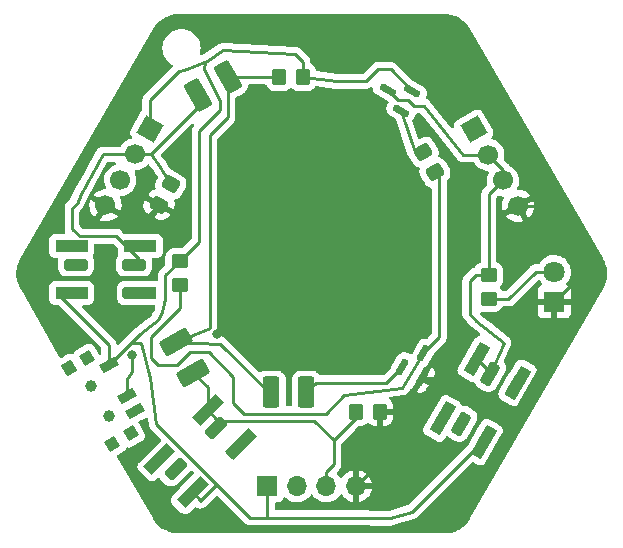
<source format=gbr>
%TF.GenerationSoftware,KiCad,Pcbnew,(6.0.5-0)*%
%TF.CreationDate,2022-06-08T15:29:44+08:00*%
%TF.ProjectId,dtl,64746c2e-6b69-4636-9164-5f7063625858,rev?*%
%TF.SameCoordinates,Original*%
%TF.FileFunction,Copper,L1,Top*%
%TF.FilePolarity,Positive*%
%FSLAX46Y46*%
G04 Gerber Fmt 4.6, Leading zero omitted, Abs format (unit mm)*
G04 Created by KiCad (PCBNEW (6.0.5-0)) date 2022-06-08 15:29:44*
%MOMM*%
%LPD*%
G01*
G04 APERTURE LIST*
G04 Aperture macros list*
%AMRoundRect*
0 Rectangle with rounded corners*
0 $1 Rounding radius*
0 $2 $3 $4 $5 $6 $7 $8 $9 X,Y pos of 4 corners*
0 Add a 4 corners polygon primitive as box body*
4,1,4,$2,$3,$4,$5,$6,$7,$8,$9,$2,$3,0*
0 Add four circle primitives for the rounded corners*
1,1,$1+$1,$2,$3*
1,1,$1+$1,$4,$5*
1,1,$1+$1,$6,$7*
1,1,$1+$1,$8,$9*
0 Add four rect primitives between the rounded corners*
20,1,$1+$1,$2,$3,$4,$5,0*
20,1,$1+$1,$4,$5,$6,$7,0*
20,1,$1+$1,$6,$7,$8,$9,0*
20,1,$1+$1,$8,$9,$2,$3,0*%
%AMHorizOval*
0 Thick line with rounded ends*
0 $1 width*
0 $2 $3 position (X,Y) of the first rounded end (center of the circle)*
0 $4 $5 position (X,Y) of the second rounded end (center of the circle)*
0 Add line between two ends*
20,1,$1,$2,$3,$4,$5,0*
0 Add two circle primitives to create the rounded ends*
1,1,$1,$2,$3*
1,1,$1,$4,$5*%
%AMRotRect*
0 Rectangle, with rotation*
0 The origin of the aperture is its center*
0 $1 length*
0 $2 width*
0 $3 Rotation angle, in degrees counterclockwise*
0 Add horizontal line*
21,1,$1,$2,0,0,$3*%
G04 Aperture macros list end*
%TA.AperFunction,SMDPad,CuDef*%
%ADD10RoundRect,0.250000X-0.350000X-0.450000X0.350000X-0.450000X0.350000X0.450000X-0.350000X0.450000X0*%
%TD*%
%TA.AperFunction,ComponentPad*%
%ADD11RotRect,1.700000X1.700000X330.000000*%
%TD*%
%TA.AperFunction,ComponentPad*%
%ADD12HorizOval,1.700000X0.000000X0.000000X0.000000X0.000000X0*%
%TD*%
%TA.AperFunction,SMDPad,CuDef*%
%ADD13RoundRect,0.250000X-0.450000X0.350000X-0.450000X-0.350000X0.450000X-0.350000X0.450000X0.350000X0*%
%TD*%
%TA.AperFunction,SMDPad,CuDef*%
%ADD14RoundRect,0.250000X-0.591506X-0.524519X-0.158494X-0.774519X0.591506X0.524519X0.158494X0.774519X0*%
%TD*%
%TA.AperFunction,SMDPad,CuDef*%
%ADD15R,2.800000X1.000000*%
%TD*%
%TA.AperFunction,SMDPad,CuDef*%
%ADD16RotRect,0.800000X1.500000X300.000000*%
%TD*%
%TA.AperFunction,SMDPad,CuDef*%
%ADD17RotRect,1.000000X1.000000X300.000000*%
%TD*%
%TA.AperFunction,SMDPad,CuDef*%
%ADD18RotRect,1.100000X1.000000X300.000000*%
%TD*%
%TA.AperFunction,ComponentPad*%
%ADD19C,1.000000*%
%TD*%
%TA.AperFunction,SMDPad,CuDef*%
%ADD20RoundRect,0.150000X-0.163846X-0.583790X0.423654X0.433790X0.163846X0.583790X-0.423654X-0.433790X0*%
%TD*%
%TA.AperFunction,SMDPad,CuDef*%
%ADD21RoundRect,0.250000X-0.214711X0.528109X-0.564711X-0.078109X0.214711X-0.528109X0.564711X0.078109X0*%
%TD*%
%TA.AperFunction,SMDPad,CuDef*%
%ADD22RoundRect,0.250001X0.462499X1.074999X-0.462499X1.074999X-0.462499X-1.074999X0.462499X-1.074999X0*%
%TD*%
%TA.AperFunction,SMDPad,CuDef*%
%ADD23RoundRect,0.250000X0.564711X-0.078109X0.214711X0.528109X-0.564711X0.078109X-0.214711X-0.528109X0*%
%TD*%
%TA.AperFunction,ComponentPad*%
%ADD24R,1.700000X1.700000*%
%TD*%
%TA.AperFunction,ComponentPad*%
%ADD25O,1.700000X1.700000*%
%TD*%
%TA.AperFunction,SMDPad,CuDef*%
%ADD26RoundRect,0.250000X0.350000X0.450000X-0.350000X0.450000X-0.350000X-0.450000X0.350000X-0.450000X0*%
%TD*%
%TA.AperFunction,SMDPad,CuDef*%
%ADD27RotRect,2.800000X1.000000X240.000000*%
%TD*%
%TA.AperFunction,ComponentPad*%
%ADD28RotRect,1.700000X1.700000X30.000000*%
%TD*%
%TA.AperFunction,ComponentPad*%
%ADD29HorizOval,1.700000X0.000000X0.000000X0.000000X0.000000X0*%
%TD*%
%TA.AperFunction,ComponentPad*%
%ADD30R,1.800000X1.800000*%
%TD*%
%TA.AperFunction,ComponentPad*%
%ADD31C,1.800000*%
%TD*%
%TA.AperFunction,SMDPad,CuDef*%
%ADD32RoundRect,0.250001X0.136964X-1.162226X0.938035X-0.699727X-0.136964X1.162226X-0.938035X0.699727X0*%
%TD*%
%TA.AperFunction,SMDPad,CuDef*%
%ADD33RotRect,2.800000X1.000000X225.000000*%
%TD*%
%TA.AperFunction,SMDPad,CuDef*%
%ADD34RoundRect,0.150000X0.583790X-0.163846X-0.433790X0.423654X-0.583790X0.163846X0.433790X-0.423654X0*%
%TD*%
%TA.AperFunction,SMDPad,CuDef*%
%ADD35RoundRect,0.250001X1.162226X0.136964X0.699727X0.938035X-1.162226X-0.136964X-0.699727X-0.938035X0*%
%TD*%
%TA.AperFunction,SMDPad,CuDef*%
%ADD36RoundRect,0.250000X-0.707107X-0.353553X-0.353553X-0.707107X0.707107X0.353553X0.353553X0.707107X0*%
%TD*%
%TA.AperFunction,SMDPad,CuDef*%
%ADD37RoundRect,0.250000X0.450000X-0.350000X0.450000X0.350000X-0.450000X0.350000X-0.450000X-0.350000X0*%
%TD*%
%TA.AperFunction,SMDPad,CuDef*%
%ADD38RoundRect,0.250000X-0.750000X0.250000X-0.750000X-0.250000X0.750000X-0.250000X0.750000X0.250000X0*%
%TD*%
%TA.AperFunction,ViaPad*%
%ADD39C,0.800000*%
%TD*%
%TA.AperFunction,Conductor*%
%ADD40C,0.250000*%
%TD*%
G04 APERTURE END LIST*
D10*
%TO.P,R3,1*%
%TO.N,Net-(D5-Pad1)*%
X81391000Y-71943127D03*
%TO.P,R3,2*%
%TO.N,GNDREF*%
X83391000Y-71943127D03*
%TD*%
D11*
%TO.P,J2,1,Pin_1*%
%TO.N,Net-(Q6-Pad2)*%
X63920000Y-47974031D03*
D12*
%TO.P,J2,2,Pin_2*%
%TO.N,Net-(D4-Pad1)*%
X62670000Y-50139095D03*
%TO.P,J2,3,Pin_3*%
%TO.N,unconnected-(J2-Pad3)*%
X61420000Y-52304158D03*
%TO.P,J2,4,Pin_4*%
%TO.N,GNDREF*%
X60170000Y-54469222D03*
%TD*%
D13*
%TO.P,R17,1*%
%TO.N,Net-(J8-Pad2)*%
X92630000Y-60374927D03*
%TO.P,R17,2*%
%TO.N,Net-(D11-Pad2)*%
X92630000Y-62374927D03*
%TD*%
D14*
%TO.P,SW5,1,1*%
%TO.N,unconnected-(SW5-Pad1)*%
X94835000Y-69863174D03*
%TO.P,SW5,2,2*%
%TO.N,Net-(Q6-Pad2)*%
X92360000Y-74150000D03*
%TO.P,SW5,3,K*%
%TO.N,Net-(J8-Pad2)*%
X92731539Y-68706475D03*
%TO.P,SW5,4,A*%
%TO.N,unconnected-(SW5-Pad4)*%
X90281539Y-72950000D03*
%TD*%
D15*
%TO.P,SW16,1,1*%
%TO.N,unconnected-(SW16-Pad1)*%
X63100000Y-61900000D03*
%TO.P,SW16,2,2*%
%TO.N,Net-(Q6-Pad2)*%
X57300000Y-61900000D03*
%TO.P,SW16,3,K*%
%TO.N,Net-(D4-Pad1)*%
X63100000Y-57900000D03*
%TO.P,SW16,4,A*%
%TO.N,unconnected-(SW16-Pad4)*%
X57300000Y-57900000D03*
%TD*%
D16*
%TO.P,SW1,1,A*%
%TO.N,Net-(Q6-Pad2)*%
X60457287Y-67978370D03*
%TO.P,SW1,2,B*%
%TO.N,Net-(BT3-Pad1)*%
X61957287Y-70576446D03*
%TO.P,SW1,3,C*%
%TO.N,unconnected-(SW1-Pad3)*%
X62707287Y-71875484D03*
D17*
%TO.P,SW1,4*%
%TO.N,N/C*%
X58606454Y-67372633D03*
%TO.P,SW1,5*%
X62306454Y-73781221D03*
D18*
%TO.P,SW1,6*%
X57047608Y-68272633D03*
D17*
%TO.P,SW1,7*%
X60747608Y-74681221D03*
D19*
%TO.P,SW1,8*%
X58927031Y-69727889D03*
%TO.P,SW1,9*%
X60427031Y-72325965D03*
%TD*%
D20*
%TO.P,Q3,1,B*%
%TO.N,Net-(D7-Pad1)*%
X85308526Y-68136899D03*
%TO.P,Q3,2,E*%
%TO.N,GNDREF*%
X86953974Y-69086899D03*
%TO.P,Q3,3,C*%
%TO.N,Net-(Q3-Pad3)*%
X87068750Y-66988101D03*
%TD*%
D21*
%TO.P,R6,1*%
%TO.N,Net-(D4-Pad1)*%
X65700000Y-52683975D03*
%TO.P,R6,2*%
%TO.N,GNDREF*%
X64700000Y-54416025D03*
%TD*%
D22*
%TO.P,D7,1,K*%
%TO.N,Net-(D7-Pad1)*%
X77187500Y-70300000D03*
%TO.P,D7,2,A*%
%TO.N,Net-(D4-Pad2)*%
X74212500Y-70300000D03*
%TD*%
D23*
%TO.P,R15,1*%
%TO.N,Net-(Q3-Pad3)*%
X88050000Y-51676977D03*
%TO.P,R15,2*%
%TO.N,Net-(Q6-Pad1)*%
X87050000Y-49944927D03*
%TD*%
D24*
%TO.P,J4,1,Pin_1*%
%TO.N,Net-(Q6-Pad2)*%
X73880000Y-78244927D03*
D25*
%TO.P,J4,2,Pin_2*%
%TO.N,unconnected-(J4-Pad2)*%
X76380000Y-78244927D03*
%TO.P,J4,3,Pin_3*%
%TO.N,Net-(D5-Pad1)*%
X78880000Y-78244927D03*
%TO.P,J4,4,Pin_4*%
%TO.N,GNDREF*%
X81380000Y-78244927D03*
%TD*%
D26*
%TO.P,R9,1*%
%TO.N,Net-(Q6-Pad2)*%
X76890000Y-43594927D03*
%TO.P,R9,2*%
%TO.N,Net-(D4-Pad2)*%
X74890000Y-43594927D03*
%TD*%
D27*
%TO.P,SW18,1,1*%
%TO.N,unconnected-(SW18-Pad1)*%
X95082051Y-69488526D03*
%TO.P,SW18,2,2*%
%TO.N,Net-(Q6-Pad2)*%
X92182051Y-74511474D03*
%TO.P,SW18,3,K*%
%TO.N,Net-(J8-Pad2)*%
X91617949Y-67488526D03*
%TO.P,SW18,4,A*%
%TO.N,unconnected-(SW18-Pad4)*%
X88717949Y-72511474D03*
%TD*%
D28*
%TO.P,J8,1,Pin_1*%
%TO.N,unconnected-(J8-Pad1)*%
X91335000Y-48019927D03*
D29*
%TO.P,J8,2,Pin_2*%
%TO.N,Net-(J8-Pad2)*%
X92585000Y-50184991D03*
%TO.P,J8,3,Pin_3*%
X93835000Y-52350054D03*
%TO.P,J8,4,Pin_4*%
%TO.N,GNDREF*%
X95085000Y-54515118D03*
%TD*%
D30*
%TO.P,D11,1,K*%
%TO.N,GNDREF*%
X98164400Y-62626327D03*
D31*
%TO.P,D11,2,A*%
%TO.N,Net-(D11-Pad2)*%
X98164400Y-60086327D03*
%TD*%
D32*
%TO.P,D4,1,K*%
%TO.N,Net-(D4-Pad1)*%
X67963574Y-45082427D03*
%TO.P,D4,2,A*%
%TO.N,Net-(D4-Pad2)*%
X70540000Y-43594927D03*
%TD*%
D33*
%TO.P,SW17,1,1*%
%TO.N,unconnected-(SW17-Pad1)*%
X71664823Y-74663604D03*
%TO.P,SW17,2,2*%
%TO.N,Net-(Q6-Pad2)*%
X67563604Y-78764823D03*
%TO.P,SW17,3,K*%
%TO.N,Net-(D5-Pad1)*%
X68836396Y-71835177D03*
%TO.P,SW17,4,A*%
%TO.N,unconnected-(SW17-Pad4)*%
X64735177Y-75936396D03*
%TD*%
D34*
%TO.P,Q6,1,B*%
%TO.N,Net-(Q6-Pad1)*%
X85196899Y-46441474D03*
%TO.P,Q6,2,E*%
%TO.N,Net-(Q6-Pad2)*%
X86146899Y-44796026D03*
%TO.P,Q6,3,C*%
%TO.N,Net-(J8-Pad2)*%
X84048101Y-44681250D03*
%TD*%
D35*
%TO.P,D5,1,K*%
%TO.N,Net-(D5-Pad1)*%
X67593750Y-68638213D03*
%TO.P,D5,2,A*%
%TO.N,Net-(D4-Pad2)*%
X66106250Y-66061787D03*
%TD*%
D36*
%TO.P,SW8,1,1*%
%TO.N,unconnected-(SW8-Pad1)*%
X71297235Y-74996878D03*
%TO.P,SW8,2,2*%
%TO.N,Net-(Q6-Pad2)*%
X67797056Y-78497056D03*
%TO.P,SW8,3,K*%
%TO.N,Net-(D5-Pad1)*%
X69564823Y-73335177D03*
%TO.P,SW8,4,A*%
%TO.N,unconnected-(SW8-Pad4)*%
X66100000Y-76800000D03*
%TD*%
D37*
%TO.P,R11,1*%
%TO.N,Net-(Q3-Pad3)*%
X66450000Y-61200000D03*
%TO.P,R11,2*%
%TO.N,Net-(Q6-Pad2)*%
X66450000Y-59200000D03*
%TD*%
D38*
%TO.P,SW7,1,1*%
%TO.N,unconnected-(SW7-Pad1)*%
X62625000Y-61875000D03*
%TO.P,SW7,2,2*%
%TO.N,Net-(Q6-Pad2)*%
X57675000Y-61875000D03*
%TO.P,SW7,3,K*%
%TO.N,Net-(D4-Pad1)*%
X62575000Y-59475000D03*
%TO.P,SW7,4,A*%
%TO.N,unconnected-(SW7-Pad4)*%
X57675000Y-59475000D03*
%TD*%
D39*
%TO.N,GNDREF*%
X70360000Y-80650000D03*
X71610000Y-48150000D03*
X69600000Y-65400000D03*
X87360000Y-64650000D03*
%TO.N,Net-(BT3-Pad1)*%
X62400000Y-67100000D03*
%TD*%
D40*
%TO.N,GNDREF*%
X98164400Y-62626327D02*
X99860000Y-60930727D01*
X93860000Y-71900000D02*
X94700000Y-72100000D01*
X96827191Y-54515118D02*
X95085000Y-54515118D01*
X83264000Y-76360927D02*
X81380000Y-78244927D01*
X89110000Y-69150000D02*
X93860000Y-71900000D01*
X83367000Y-71967127D02*
X83367000Y-76360927D01*
X99860000Y-60930727D02*
X99860000Y-57547927D01*
X83367000Y-76360927D02*
X83264000Y-76360927D01*
X98100000Y-65200000D02*
X98164400Y-64357527D01*
X83391000Y-71943127D02*
X83367000Y-71967127D01*
X86953974Y-69086899D02*
X89110000Y-69150000D01*
X99860000Y-57547927D02*
X96827191Y-54515118D01*
X94700000Y-72100000D02*
X97300000Y-67600000D01*
X97300000Y-67600000D02*
X98100000Y-65200000D01*
X62666000Y-55532927D02*
X60170000Y-54469222D01*
X62666000Y-55532927D02*
X63583098Y-55532927D01*
X83391000Y-71943127D02*
X85371800Y-71943127D01*
X63583098Y-55532927D02*
X64700000Y-54416025D01*
X98164400Y-64357527D02*
X98164400Y-62626327D01*
%TO.N,Net-(Q6-Pad2)*%
X60457287Y-66257287D02*
X60457287Y-67978370D01*
X86110000Y-80400000D02*
X84260000Y-80950000D01*
X56100000Y-61900000D02*
X60457287Y-66257287D01*
X60471630Y-67978370D02*
X63075000Y-65375000D01*
X73880000Y-78244927D02*
X73880000Y-80880000D01*
X66400000Y-43100000D02*
X66800000Y-43000000D01*
X68750859Y-42250859D02*
X68635000Y-42324927D01*
X72400000Y-80900000D02*
X69550000Y-78050000D01*
X69550000Y-78150000D02*
X69550000Y-78050000D01*
X68110000Y-57540000D02*
X66450000Y-59200000D01*
X68200000Y-79500000D02*
X69550000Y-78150000D01*
X66800000Y-43000000D02*
X68750859Y-42250859D01*
X68200000Y-79401219D02*
X67563604Y-78764823D01*
X65250000Y-60400000D02*
X66450000Y-59200000D01*
X63075000Y-65375000D02*
X63975000Y-64700000D01*
X68750859Y-42250859D02*
X70160000Y-41350000D01*
X75200000Y-80900000D02*
X73900000Y-80900000D01*
X63900000Y-69100000D02*
X63200000Y-66100000D01*
X63920000Y-47974031D02*
X63920000Y-45580000D01*
X83260000Y-42950000D02*
X84300873Y-42950000D01*
X69902838Y-46386765D02*
X68110000Y-48179604D01*
X63200000Y-66100000D02*
X62335656Y-66100000D01*
X79758511Y-43951489D02*
X82258511Y-43951489D01*
X69550000Y-78050000D02*
X64450490Y-72950490D01*
X69905000Y-45626927D02*
X69902838Y-45883089D01*
X64450490Y-72950490D02*
X63900000Y-69100000D01*
X68508000Y-42959927D02*
X69905000Y-45626927D01*
X68635000Y-42324927D02*
X68508000Y-42959927D01*
X84260000Y-80950000D02*
X83060000Y-80950000D01*
X84300873Y-42950000D02*
X86146899Y-44796026D01*
X82258511Y-43951489D02*
X83260000Y-42950000D01*
X92360000Y-74150000D02*
X86110000Y-80400000D01*
X68200000Y-79500000D02*
X68200000Y-79401219D01*
X68110000Y-48179604D02*
X68110000Y-57540000D01*
X76890000Y-42324927D02*
X76890000Y-43594927D01*
X73900000Y-80900000D02*
X72400000Y-80900000D01*
X83060000Y-80950000D02*
X81860000Y-80900000D01*
X63975000Y-64700000D02*
X64600000Y-64200000D01*
X81860000Y-80900000D02*
X75200000Y-80900000D01*
X63920000Y-45580000D02*
X66400000Y-43100000D01*
X73880000Y-80880000D02*
X73900000Y-80900000D01*
X70160000Y-41350000D02*
X76255000Y-41689927D01*
X62335656Y-66100000D02*
X60457287Y-67978370D01*
X64950000Y-63500000D02*
X65200000Y-62400000D01*
X69902838Y-45883089D02*
X69902838Y-46386765D01*
X65200000Y-62400000D02*
X65250000Y-60400000D01*
X64600000Y-64200000D02*
X64950000Y-63500000D01*
X76890000Y-43594927D02*
X79758511Y-43951489D01*
X60457287Y-67978370D02*
X60471630Y-67978370D01*
X76255000Y-41689927D02*
X76890000Y-42324927D01*
%TO.N,Net-(D4-Pad1)*%
X57975489Y-57075489D02*
X61075489Y-57075489D01*
X64003168Y-50139095D02*
X67963574Y-46178689D01*
X61075489Y-57075489D02*
X63025000Y-59025000D01*
X64003168Y-50139095D02*
X62670000Y-50139095D01*
X59965832Y-50139095D02*
X58110000Y-53494927D01*
X63025000Y-59025000D02*
X62575000Y-59475000D01*
X65714000Y-52738927D02*
X64825000Y-51214927D01*
X57718041Y-54318041D02*
X57335000Y-54701082D01*
X57335000Y-54701082D02*
X57335000Y-56435000D01*
X58110000Y-53494927D02*
X57718041Y-54318041D01*
X64825000Y-51214927D02*
X64003168Y-50139095D01*
X67963574Y-46178689D02*
X67963574Y-45082427D01*
X57335000Y-56435000D02*
X57975489Y-57075489D01*
X62670000Y-50139095D02*
X59965832Y-50139095D01*
%TO.N,Net-(D4-Pad2)*%
X70540000Y-47023927D02*
X70540000Y-43594927D01*
X74000000Y-70300000D02*
X69900000Y-66200000D01*
X69016000Y-64852037D02*
X69016000Y-48547928D01*
X66106250Y-66061787D02*
X69016000Y-64852037D01*
X74890000Y-43594927D02*
X70540000Y-43594927D01*
X69016000Y-48547928D02*
X70540000Y-47023927D01*
X69900000Y-66200000D02*
X66106250Y-66061787D01*
%TO.N,Net-(D5-Pad1)*%
X79510000Y-74369927D02*
X81391000Y-72488927D01*
X81391000Y-72488927D02*
X81391000Y-71943127D01*
X70200000Y-72700000D02*
X69564823Y-73335177D01*
X69564823Y-73335177D02*
X69564823Y-72563604D01*
X71800000Y-72700000D02*
X70200000Y-72700000D01*
X78880000Y-78244927D02*
X78880000Y-77014927D01*
X68836396Y-71835177D02*
X68836396Y-69880859D01*
X78880000Y-77014927D02*
X79510000Y-76384927D01*
X69564823Y-72563604D02*
X68836396Y-71835177D01*
X77840073Y-72700000D02*
X71800000Y-72700000D01*
X79510000Y-76384927D02*
X79510000Y-74369927D01*
X79510000Y-74369927D02*
X77840073Y-72700000D01*
X68836396Y-69880859D02*
X67593750Y-68638213D01*
%TO.N,Net-(D7-Pad1)*%
X83945425Y-69500000D02*
X85308526Y-68136899D01*
X77987500Y-69500000D02*
X83945425Y-69500000D01*
X77987500Y-69500000D02*
X77187500Y-70300000D01*
%TO.N,Net-(D11-Pad2)*%
X98164400Y-60086327D02*
X96593600Y-60086327D01*
X94289000Y-62390927D02*
X92646000Y-62390927D01*
X96593600Y-60086327D02*
X94289000Y-62390927D01*
X92646000Y-62390927D02*
X92630000Y-62374927D01*
%TO.N,Net-(Q3-Pad3)*%
X88434776Y-52061753D02*
X88434776Y-65622075D01*
X80360000Y-70544927D02*
X85300000Y-69900000D01*
X67300000Y-66900000D02*
X68900000Y-66900000D01*
X71900000Y-72100000D02*
X78804927Y-72100000D01*
X85300000Y-69900000D02*
X87068750Y-66988101D01*
X64000000Y-65600000D02*
X64000000Y-67400000D01*
X66200000Y-68000000D02*
X67300000Y-66900000D01*
X88050000Y-51676977D02*
X88434776Y-52061753D01*
X66450000Y-63150000D02*
X64000000Y-65600000D01*
X88434776Y-65622075D02*
X87068750Y-66988101D01*
X71000000Y-69000000D02*
X71000000Y-71200000D01*
X66450000Y-61200000D02*
X66450000Y-63150000D01*
X71000000Y-71200000D02*
X71900000Y-72100000D01*
X68900000Y-66900000D02*
X71000000Y-69000000D01*
X64000000Y-67400000D02*
X64600000Y-68000000D01*
X78804927Y-72100000D02*
X80360000Y-70544927D01*
X64600000Y-68000000D02*
X66200000Y-68000000D01*
%TO.N,Net-(Q6-Pad1)*%
X85196899Y-46441474D02*
X86335978Y-49944927D01*
X86335978Y-49944927D02*
X87050000Y-49944927D01*
%TO.N,Net-(BT3-Pad1)*%
X62400000Y-68579286D02*
X62289643Y-68689643D01*
X62400000Y-67100000D02*
X62400000Y-68579286D01*
X61957287Y-70576446D02*
X61957287Y-69205640D01*
X61957287Y-69205640D02*
X62289643Y-68689643D01*
%TO.N,Net-(J8-Pad2)*%
X92630000Y-53508927D02*
X92630000Y-60374927D01*
X84911051Y-45544200D02*
X85754200Y-45544200D01*
X91529800Y-60374927D02*
X92630000Y-60374927D01*
X87160000Y-46050000D02*
X90465064Y-50184991D01*
X91012400Y-60892327D02*
X91529800Y-60374927D01*
X86260000Y-46050000D02*
X87160000Y-46050000D01*
X93788873Y-52350054D02*
X92630000Y-53508927D01*
X90465064Y-50184991D02*
X92585000Y-50184991D01*
X93835000Y-52350054D02*
X93788873Y-52350054D01*
X85754200Y-45544200D02*
X86260000Y-46050000D01*
X92731539Y-68706475D02*
X93900000Y-66100000D01*
X93900000Y-66100000D02*
X91560000Y-64250000D01*
X92731539Y-68706475D02*
X92731539Y-68602116D01*
X92585000Y-50184991D02*
X93835000Y-51434991D01*
X91560000Y-64250000D02*
X91012400Y-63635527D01*
X92731539Y-68602116D02*
X91617949Y-67488526D01*
X84048101Y-44681250D02*
X84911051Y-45544200D01*
X91012400Y-63635527D02*
X91012400Y-60892327D01*
X93835000Y-51434991D02*
X93835000Y-52350054D01*
%TD*%
%TA.AperFunction,Conductor*%
%TO.N,GNDREF*%
G36*
X88852783Y-38264927D02*
G01*
X88867617Y-38267237D01*
X88867620Y-38267237D01*
X88876490Y-38268618D01*
X88894100Y-38266315D01*
X88917757Y-38265464D01*
X89164688Y-38279844D01*
X89179231Y-38281543D01*
X89450117Y-38329306D01*
X89464364Y-38332683D01*
X89727879Y-38411574D01*
X89741640Y-38416583D01*
X89830103Y-38454742D01*
X89994195Y-38525525D01*
X90007290Y-38532101D01*
X90245499Y-38669634D01*
X90257741Y-38677686D01*
X90478370Y-38841942D01*
X90489594Y-38851361D01*
X90689661Y-39040122D01*
X90699704Y-39050768D01*
X90876507Y-39261482D01*
X90876508Y-39261483D01*
X90885249Y-39273223D01*
X91017246Y-39473928D01*
X91029482Y-39497697D01*
X91029579Y-39497949D01*
X91029583Y-39497956D01*
X91032820Y-39506324D01*
X91038278Y-39513450D01*
X91052183Y-39531606D01*
X91061269Y-39545218D01*
X95510385Y-47251311D01*
X102258620Y-58939594D01*
X102274106Y-58966417D01*
X102282501Y-58983959D01*
X102291157Y-59006335D01*
X102301952Y-59020429D01*
X102314520Y-59040497D01*
X102425525Y-59261529D01*
X102431329Y-59274983D01*
X102485273Y-59423195D01*
X102523610Y-59528526D01*
X102525405Y-59533459D01*
X102529607Y-59547497D01*
X102593037Y-59815140D01*
X102595581Y-59829569D01*
X102627511Y-60102762D01*
X102628363Y-60117390D01*
X102628361Y-60392446D01*
X102627509Y-60407074D01*
X102595573Y-60680278D01*
X102593028Y-60694707D01*
X102529597Y-60962337D01*
X102525395Y-60976375D01*
X102444644Y-61198230D01*
X102431313Y-61234854D01*
X102425510Y-61248306D01*
X102336042Y-61426449D01*
X102317712Y-61462946D01*
X102303238Y-61485440D01*
X102297437Y-61492642D01*
X102285223Y-61522054D01*
X102277985Y-61536715D01*
X91065146Y-80957923D01*
X91054155Y-80973958D01*
X91039111Y-80992634D01*
X91035669Y-81000923D01*
X91035668Y-81000924D01*
X91032299Y-81009035D01*
X91021205Y-81029950D01*
X90885279Y-81236604D01*
X90876529Y-81248356D01*
X90764174Y-81382251D01*
X90705009Y-81452759D01*
X90699722Y-81459059D01*
X90689667Y-81469716D01*
X90489587Y-81658477D01*
X90478381Y-81667879D01*
X90282493Y-81813710D01*
X90257737Y-81832140D01*
X90245496Y-81840191D01*
X90007287Y-81977720D01*
X89994193Y-81984296D01*
X89741629Y-82093242D01*
X89727861Y-82098253D01*
X89464365Y-82177140D01*
X89450108Y-82180520D01*
X89335557Y-82200720D01*
X89179217Y-82228288D01*
X89164672Y-82229989D01*
X88924940Y-82243956D01*
X88898230Y-82242669D01*
X88889025Y-82241236D01*
X88860803Y-82244927D01*
X88857469Y-82245363D01*
X88841129Y-82246427D01*
X66415466Y-82246427D01*
X66396081Y-82244927D01*
X66381248Y-82242617D01*
X66381244Y-82242617D01*
X66372375Y-82241236D01*
X66363473Y-82242400D01*
X66363471Y-82242400D01*
X66359274Y-82242949D01*
X66354769Y-82243538D01*
X66331111Y-82244389D01*
X66084176Y-82230007D01*
X66069631Y-82228307D01*
X65879998Y-82194869D01*
X65798744Y-82180542D01*
X65784488Y-82177163D01*
X65633189Y-82131868D01*
X65520975Y-82098274D01*
X65507220Y-82093268D01*
X65254650Y-81984319D01*
X65241560Y-81977746D01*
X65003350Y-81840217D01*
X64991107Y-81832165D01*
X64991074Y-81832140D01*
X64770472Y-81667909D01*
X64759249Y-81658492D01*
X64559175Y-81469734D01*
X64549120Y-81459076D01*
X64372316Y-81248372D01*
X64363566Y-81236619D01*
X64231677Y-81036094D01*
X64219437Y-81012322D01*
X64219269Y-81011887D01*
X64219268Y-81011885D01*
X64216029Y-81003513D01*
X64196672Y-80978241D01*
X64187582Y-80964624D01*
X61174045Y-75745026D01*
X61157307Y-75676031D01*
X61180527Y-75608939D01*
X61220164Y-75572907D01*
X61723593Y-75282252D01*
X61723597Y-75282249D01*
X61726556Y-75280541D01*
X61777030Y-75243600D01*
X61869581Y-75131125D01*
X61873110Y-75122870D01*
X61873113Y-75122866D01*
X61907770Y-75041810D01*
X61952942Y-74987038D01*
X62020555Y-74965382D01*
X62038650Y-74966244D01*
X62135096Y-74977830D01*
X62143952Y-74976356D01*
X62143954Y-74976356D01*
X62270987Y-74955213D01*
X62270990Y-74955212D01*
X62278777Y-74953916D01*
X62336006Y-74928675D01*
X63285402Y-74380541D01*
X63335876Y-74343600D01*
X63354785Y-74320621D01*
X63422722Y-74238058D01*
X63428427Y-74231125D01*
X63485690Y-74097196D01*
X63489040Y-74069315D01*
X63501992Y-73961493D01*
X63503063Y-73952579D01*
X63492965Y-73891908D01*
X63480446Y-73816688D01*
X63480445Y-73816685D01*
X63479149Y-73808898D01*
X63453908Y-73751669D01*
X62972091Y-72917137D01*
X62955353Y-72848142D01*
X62978573Y-72781050D01*
X63018210Y-72745018D01*
X63040254Y-72732291D01*
X63561638Y-72431270D01*
X63630631Y-72414532D01*
X63697723Y-72437752D01*
X63741610Y-72493559D01*
X63749368Y-72522557D01*
X63761906Y-72610259D01*
X63817417Y-72998538D01*
X63818623Y-73012410D01*
X63819817Y-73050379D01*
X63822028Y-73057988D01*
X63840535Y-73121691D01*
X63841051Y-73123519D01*
X63853709Y-73169673D01*
X63860715Y-73195220D01*
X63863121Y-73199431D01*
X63864472Y-73204083D01*
X63898337Y-73261345D01*
X63902293Y-73268035D01*
X63903237Y-73269660D01*
X63940106Y-73334203D01*
X63943482Y-73337682D01*
X63945948Y-73341852D01*
X63998441Y-73394345D01*
X63999774Y-73395697D01*
X64051566Y-73449074D01*
X64054788Y-73451046D01*
X64058162Y-73454066D01*
X64835622Y-74231526D01*
X64869648Y-74293838D01*
X64864583Y-74364653D01*
X64835622Y-74409716D01*
X62998074Y-76247264D01*
X62958882Y-76296010D01*
X62955613Y-76303200D01*
X62903062Y-76418780D01*
X62898594Y-76428606D01*
X62897322Y-76437489D01*
X62897321Y-76437492D01*
X62885610Y-76519268D01*
X62877945Y-76572792D01*
X62879218Y-76581681D01*
X62896549Y-76702697D01*
X62898594Y-76716978D01*
X62902308Y-76725146D01*
X62902308Y-76725147D01*
X62909573Y-76741125D01*
X62958882Y-76849574D01*
X62998074Y-76898320D01*
X63773253Y-77673499D01*
X63821999Y-77712691D01*
X63829190Y-77715960D01*
X63829189Y-77715960D01*
X63946426Y-77769265D01*
X63946427Y-77769265D01*
X63954595Y-77772979D01*
X63963478Y-77774251D01*
X63963481Y-77774252D01*
X64089892Y-77792355D01*
X64098781Y-77793628D01*
X64107670Y-77792355D01*
X64234081Y-77774252D01*
X64234084Y-77774251D01*
X64242967Y-77772979D01*
X64251135Y-77769265D01*
X64251136Y-77769265D01*
X64368373Y-77715960D01*
X64368372Y-77715960D01*
X64375563Y-77712691D01*
X64424309Y-77673499D01*
X64554738Y-77543070D01*
X64617050Y-77509044D01*
X64687865Y-77514109D01*
X64744701Y-77556656D01*
X64749626Y-77563727D01*
X64751533Y-77566675D01*
X64754618Y-77572822D01*
X64758959Y-77578154D01*
X64787241Y-77612893D01*
X64820915Y-77654256D01*
X65245744Y-78079085D01*
X65328292Y-78146114D01*
X65334453Y-78149193D01*
X65334457Y-78149195D01*
X65445286Y-78204572D01*
X65486511Y-78225171D01*
X65553079Y-78240845D01*
X65651549Y-78264032D01*
X65651553Y-78264032D01*
X65658673Y-78265709D01*
X65665989Y-78265703D01*
X65665992Y-78265703D01*
X65747299Y-78265632D01*
X65835543Y-78265555D01*
X65922468Y-78244927D01*
X66000515Y-78226406D01*
X66000516Y-78226406D01*
X66007636Y-78224716D01*
X66165716Y-78145382D01*
X66171051Y-78141039D01*
X66244655Y-78081116D01*
X66244661Y-78081110D01*
X66247149Y-78079085D01*
X67376070Y-76950164D01*
X67438382Y-76916138D01*
X67509197Y-76921203D01*
X67554260Y-76950164D01*
X67646892Y-77042796D01*
X67680918Y-77105108D01*
X67675853Y-77175923D01*
X67646892Y-77220986D01*
X66517971Y-78349907D01*
X66450942Y-78432455D01*
X66447861Y-78438620D01*
X66447859Y-78438624D01*
X66441318Y-78451715D01*
X66417700Y-78484492D01*
X65826501Y-79075691D01*
X65787309Y-79124437D01*
X65784040Y-79131627D01*
X65750569Y-79205243D01*
X65727021Y-79257033D01*
X65725749Y-79265916D01*
X65725748Y-79265919D01*
X65713876Y-79348818D01*
X65706372Y-79401219D01*
X65707645Y-79410108D01*
X65722684Y-79515118D01*
X65727021Y-79545405D01*
X65730735Y-79553573D01*
X65730735Y-79553574D01*
X65767183Y-79633737D01*
X65787309Y-79678001D01*
X65826501Y-79726747D01*
X66601680Y-80501926D01*
X66650426Y-80541118D01*
X66657617Y-80544387D01*
X66657616Y-80544387D01*
X66774853Y-80597692D01*
X66774854Y-80597692D01*
X66783022Y-80601406D01*
X66791905Y-80602678D01*
X66791908Y-80602679D01*
X66918319Y-80620782D01*
X66927208Y-80622055D01*
X66936097Y-80620782D01*
X67062508Y-80602679D01*
X67062511Y-80602678D01*
X67071394Y-80601406D01*
X67079562Y-80597692D01*
X67079563Y-80597692D01*
X67196800Y-80544387D01*
X67196799Y-80544387D01*
X67203990Y-80541118D01*
X67252736Y-80501926D01*
X67700127Y-80054535D01*
X67762439Y-80020509D01*
X67833254Y-80025574D01*
X67853827Y-80035800D01*
X67857856Y-80039133D01*
X67919488Y-80068135D01*
X67922990Y-80069850D01*
X67983704Y-80100785D01*
X67991195Y-80102460D01*
X67991747Y-80102688D01*
X67995164Y-80103858D01*
X67995736Y-80104015D01*
X68002682Y-80107283D01*
X68039525Y-80114311D01*
X68069571Y-80120043D01*
X68073427Y-80120841D01*
X68139909Y-80135702D01*
X68147578Y-80135461D01*
X68148160Y-80135544D01*
X68151789Y-80135829D01*
X68152374Y-80135838D01*
X68159906Y-80137275D01*
X68227884Y-80132998D01*
X68231780Y-80132814D01*
X68299889Y-80130673D01*
X68307258Y-80128532D01*
X68307857Y-80128466D01*
X68311424Y-80127843D01*
X68311990Y-80127707D01*
X68319650Y-80127225D01*
X68376453Y-80108768D01*
X68384449Y-80106170D01*
X68388234Y-80105006D01*
X68402763Y-80100785D01*
X68453593Y-80086018D01*
X68460195Y-80082114D01*
X68460747Y-80081905D01*
X68464049Y-80080414D01*
X68464573Y-80080136D01*
X68471875Y-80077764D01*
X68529418Y-80041246D01*
X68532743Y-80039209D01*
X68584535Y-80008580D01*
X68584538Y-80008578D01*
X68591362Y-80004542D01*
X68596788Y-79999116D01*
X68597269Y-79998778D01*
X68600103Y-79996508D01*
X68600537Y-79996113D01*
X68607018Y-79992000D01*
X68653659Y-79942332D01*
X68656413Y-79939491D01*
X69510905Y-79084999D01*
X69573217Y-79050973D01*
X69644032Y-79056038D01*
X69689095Y-79084999D01*
X71896343Y-81292247D01*
X71903887Y-81300537D01*
X71908000Y-81307018D01*
X71913777Y-81312443D01*
X71957667Y-81353658D01*
X71960509Y-81356413D01*
X71980231Y-81376135D01*
X71983355Y-81378558D01*
X71983359Y-81378562D01*
X71983424Y-81378612D01*
X71992445Y-81386317D01*
X72024679Y-81416586D01*
X72031627Y-81420405D01*
X72031629Y-81420407D01*
X72042432Y-81426346D01*
X72058959Y-81437202D01*
X72068698Y-81444757D01*
X72068700Y-81444758D01*
X72074960Y-81449614D01*
X72115540Y-81467174D01*
X72126188Y-81472391D01*
X72135602Y-81477566D01*
X72164940Y-81493695D01*
X72172616Y-81495666D01*
X72172619Y-81495667D01*
X72184562Y-81498733D01*
X72203267Y-81505137D01*
X72221855Y-81513181D01*
X72229678Y-81514420D01*
X72229688Y-81514423D01*
X72265524Y-81520099D01*
X72277144Y-81522505D01*
X72312289Y-81531528D01*
X72319970Y-81533500D01*
X72340224Y-81533500D01*
X72359934Y-81535051D01*
X72379943Y-81538220D01*
X72387835Y-81537474D01*
X72423961Y-81534059D01*
X72435819Y-81533500D01*
X73840224Y-81533500D01*
X73859934Y-81535051D01*
X73879943Y-81538220D01*
X73887835Y-81537474D01*
X73923961Y-81534059D01*
X73935819Y-81533500D01*
X81844180Y-81533500D01*
X81849425Y-81533609D01*
X82187678Y-81547703D01*
X82953775Y-81579624D01*
X82964345Y-81581184D01*
X82964427Y-81580536D01*
X82972295Y-81581530D01*
X82979970Y-81583500D01*
X83044179Y-81583500D01*
X83049424Y-81583609D01*
X83073448Y-81584610D01*
X83077390Y-81584278D01*
X83077391Y-81584278D01*
X83081356Y-81583944D01*
X83091930Y-81583500D01*
X84180577Y-81583500D01*
X84191652Y-81583988D01*
X84196130Y-81584383D01*
X84203872Y-81586063D01*
X84211787Y-81585765D01*
X84211788Y-81585765D01*
X84269560Y-81583589D01*
X84274302Y-81583500D01*
X84299856Y-81583500D01*
X84303780Y-81583004D01*
X84303784Y-81583004D01*
X84304984Y-81582852D01*
X84306208Y-81582698D01*
X84317253Y-81581793D01*
X84363817Y-81580039D01*
X84380948Y-81574946D01*
X84401064Y-81570714D01*
X84410939Y-81569467D01*
X84410942Y-81569466D01*
X84418797Y-81568474D01*
X84462105Y-81551327D01*
X84472583Y-81547703D01*
X84791940Y-81452759D01*
X86288497Y-81007836D01*
X86289048Y-81007675D01*
X86363593Y-80986018D01*
X86393395Y-80968393D01*
X86406775Y-80961523D01*
X86431200Y-80950772D01*
X86438459Y-80947577D01*
X86461951Y-80929119D01*
X86475644Y-80919752D01*
X86483752Y-80914957D01*
X86494535Y-80908580D01*
X86494538Y-80908578D01*
X86501362Y-80904542D01*
X86525839Y-80880065D01*
X86537089Y-80870084D01*
X86558083Y-80853589D01*
X86558088Y-80853584D01*
X86564318Y-80848689D01*
X86582480Y-80824971D01*
X86593424Y-80812480D01*
X91168198Y-76237707D01*
X91230510Y-76203681D01*
X91301325Y-76208746D01*
X91320288Y-76217681D01*
X91702499Y-76438350D01*
X91759728Y-76463591D01*
X91767517Y-76464887D01*
X91767519Y-76464888D01*
X91894551Y-76486032D01*
X91894554Y-76486032D01*
X91903409Y-76487506D01*
X91947664Y-76482190D01*
X92039114Y-76471204D01*
X92039117Y-76471203D01*
X92048026Y-76470133D01*
X92115813Y-76441150D01*
X92173702Y-76416399D01*
X92173704Y-76416398D01*
X92181955Y-76412870D01*
X92252220Y-76355052D01*
X92288325Y-76325343D01*
X92288327Y-76325341D01*
X92294430Y-76320319D01*
X92331371Y-76269845D01*
X93779505Y-73761603D01*
X93804746Y-73704374D01*
X93809141Y-73677971D01*
X93827186Y-73569551D01*
X93827186Y-73569549D01*
X93828660Y-73560693D01*
X93818248Y-73474022D01*
X93812358Y-73424988D01*
X93812357Y-73424985D01*
X93811287Y-73416076D01*
X93754024Y-73282147D01*
X93744657Y-73270763D01*
X93671279Y-73181590D01*
X93661473Y-73169673D01*
X93636132Y-73151126D01*
X93628119Y-73145262D01*
X93610999Y-73132732D01*
X93396045Y-73008629D01*
X93385250Y-73001638D01*
X93377021Y-72995692D01*
X93374404Y-72993801D01*
X92854096Y-72693401D01*
X92851131Y-72692076D01*
X92851125Y-72692073D01*
X92842171Y-72688072D01*
X92830580Y-72682156D01*
X92715617Y-72615783D01*
X92661603Y-72584598D01*
X92604374Y-72559357D01*
X92596585Y-72558061D01*
X92596583Y-72558060D01*
X92469551Y-72536916D01*
X92469548Y-72536916D01*
X92460693Y-72535442D01*
X92416438Y-72540758D01*
X92324988Y-72551744D01*
X92324985Y-72551745D01*
X92316076Y-72552815D01*
X92249403Y-72581322D01*
X92190400Y-72606549D01*
X92190398Y-72606550D01*
X92182147Y-72610078D01*
X92161524Y-72627048D01*
X92075777Y-72697605D01*
X92075775Y-72697607D01*
X92069672Y-72702629D01*
X92032731Y-72753103D01*
X92031023Y-72756062D01*
X92031020Y-72756066D01*
X91996286Y-72816227D01*
X91970907Y-72847374D01*
X91948313Y-72867469D01*
X91944288Y-72873040D01*
X91944284Y-72873044D01*
X91921549Y-72904509D01*
X91886813Y-72952583D01*
X91086413Y-74338917D01*
X91043034Y-74436000D01*
X91041654Y-74442754D01*
X91037227Y-74464414D01*
X91022898Y-74502184D01*
X90909598Y-74698427D01*
X90889574Y-74724522D01*
X85798156Y-79815939D01*
X85744968Y-79847619D01*
X84185397Y-80311276D01*
X84149491Y-80316500D01*
X83075819Y-80316500D01*
X83070573Y-80316391D01*
X82947814Y-80311276D01*
X81966223Y-80270376D01*
X81955655Y-80268816D01*
X81955573Y-80269464D01*
X81947705Y-80268470D01*
X81940030Y-80266500D01*
X81875821Y-80266500D01*
X81870576Y-80266391D01*
X81846552Y-80265390D01*
X81842610Y-80265722D01*
X81842609Y-80265722D01*
X81838644Y-80266056D01*
X81828070Y-80266500D01*
X74639500Y-80266500D01*
X74571379Y-80246498D01*
X74524886Y-80192842D01*
X74513500Y-80140500D01*
X74513500Y-79729427D01*
X74533502Y-79661306D01*
X74587158Y-79614813D01*
X74639500Y-79603427D01*
X74778134Y-79603427D01*
X74840316Y-79596672D01*
X74976705Y-79545542D01*
X75093261Y-79458188D01*
X75180615Y-79341632D01*
X75212515Y-79256539D01*
X75255156Y-79199774D01*
X75321718Y-79175074D01*
X75391067Y-79190281D01*
X75418285Y-79212243D01*
X75419170Y-79211339D01*
X75422864Y-79214956D01*
X75426250Y-79218865D01*
X75598126Y-79361559D01*
X75791000Y-79474265D01*
X75999692Y-79553957D01*
X76004760Y-79554988D01*
X76004763Y-79554989D01*
X76099862Y-79574337D01*
X76218597Y-79598494D01*
X76223772Y-79598684D01*
X76223774Y-79598684D01*
X76436673Y-79606491D01*
X76436677Y-79606491D01*
X76441837Y-79606680D01*
X76446957Y-79606024D01*
X76446959Y-79606024D01*
X76658288Y-79578952D01*
X76658289Y-79578952D01*
X76663416Y-79578295D01*
X76668366Y-79576810D01*
X76872429Y-79515588D01*
X76872434Y-79515586D01*
X76877384Y-79514101D01*
X77077994Y-79415823D01*
X77259860Y-79286100D01*
X77289525Y-79256539D01*
X77403400Y-79143061D01*
X77418096Y-79128416D01*
X77425380Y-79118280D01*
X77528681Y-78974520D01*
X77584676Y-78930872D01*
X77655379Y-78924426D01*
X77718344Y-78957229D01*
X77738437Y-78982212D01*
X77777287Y-79045610D01*
X77777291Y-79045615D01*
X77779987Y-79050015D01*
X77926250Y-79218865D01*
X78098126Y-79361559D01*
X78291000Y-79474265D01*
X78499692Y-79553957D01*
X78504760Y-79554988D01*
X78504763Y-79554989D01*
X78599862Y-79574337D01*
X78718597Y-79598494D01*
X78723772Y-79598684D01*
X78723774Y-79598684D01*
X78936673Y-79606491D01*
X78936677Y-79606491D01*
X78941837Y-79606680D01*
X78946957Y-79606024D01*
X78946959Y-79606024D01*
X79158288Y-79578952D01*
X79158289Y-79578952D01*
X79163416Y-79578295D01*
X79168366Y-79576810D01*
X79372429Y-79515588D01*
X79372434Y-79515586D01*
X79377384Y-79514101D01*
X79577994Y-79415823D01*
X79759860Y-79286100D01*
X79789525Y-79256539D01*
X79903400Y-79143061D01*
X79918096Y-79128416D01*
X79921347Y-79123892D01*
X80028998Y-78974079D01*
X80084993Y-78930431D01*
X80155696Y-78923985D01*
X80218661Y-78956788D01*
X80238754Y-78981771D01*
X80277690Y-79045310D01*
X80283777Y-79053626D01*
X80423213Y-79214594D01*
X80430580Y-79221810D01*
X80594434Y-79357843D01*
X80602881Y-79363758D01*
X80786756Y-79471206D01*
X80796042Y-79475656D01*
X80995001Y-79551630D01*
X81004899Y-79554506D01*
X81108250Y-79575533D01*
X81122299Y-79574337D01*
X81126000Y-79563992D01*
X81126000Y-79563444D01*
X81634000Y-79563444D01*
X81638064Y-79577286D01*
X81651478Y-79579320D01*
X81658184Y-79578461D01*
X81668262Y-79576319D01*
X81872255Y-79515118D01*
X81881842Y-79511360D01*
X82073095Y-79417666D01*
X82081945Y-79412391D01*
X82255328Y-79288719D01*
X82263200Y-79282066D01*
X82414052Y-79131739D01*
X82420730Y-79123892D01*
X82545003Y-78950947D01*
X82550313Y-78942110D01*
X82644670Y-78751194D01*
X82648469Y-78741599D01*
X82710377Y-78537837D01*
X82712555Y-78527764D01*
X82713986Y-78516889D01*
X82711775Y-78502705D01*
X82698617Y-78498927D01*
X81652115Y-78498927D01*
X81636876Y-78503402D01*
X81635671Y-78504792D01*
X81634000Y-78512475D01*
X81634000Y-79563444D01*
X81126000Y-79563444D01*
X81126000Y-77972812D01*
X81634000Y-77972812D01*
X81638475Y-77988051D01*
X81639865Y-77989256D01*
X81647548Y-77990927D01*
X82698344Y-77990927D01*
X82711875Y-77986954D01*
X82713180Y-77977874D01*
X82671214Y-77810802D01*
X82667894Y-77801051D01*
X82582972Y-77605741D01*
X82578105Y-77596666D01*
X82462426Y-77417853D01*
X82456136Y-77409684D01*
X82312806Y-77252167D01*
X82305273Y-77245142D01*
X82138139Y-77113149D01*
X82129552Y-77107444D01*
X81943117Y-77004526D01*
X81933705Y-77000296D01*
X81732959Y-76929207D01*
X81722988Y-76926573D01*
X81651837Y-76913899D01*
X81638540Y-76915359D01*
X81634000Y-76929916D01*
X81634000Y-77972812D01*
X81126000Y-77972812D01*
X81126000Y-76928029D01*
X81122082Y-76914685D01*
X81107806Y-76912698D01*
X81069324Y-76918587D01*
X81059288Y-76920978D01*
X80856868Y-76987139D01*
X80847359Y-76991136D01*
X80658463Y-77089469D01*
X80649738Y-77094963D01*
X80479433Y-77222832D01*
X80471726Y-77229675D01*
X80324590Y-77383644D01*
X80318108Y-77391649D01*
X80234028Y-77514905D01*
X80179116Y-77559907D01*
X80108592Y-77568078D01*
X80044845Y-77536824D01*
X80024148Y-77512340D01*
X79962822Y-77417544D01*
X79962820Y-77417541D01*
X79960014Y-77413204D01*
X79809670Y-77247978D01*
X79771767Y-77218044D01*
X79730704Y-77160127D01*
X79727472Y-77089204D01*
X79760764Y-77030067D01*
X79902247Y-76888584D01*
X79910537Y-76881040D01*
X79917018Y-76876927D01*
X79963659Y-76827259D01*
X79966413Y-76824418D01*
X79986135Y-76804696D01*
X79988612Y-76801503D01*
X79996317Y-76792482D01*
X80021159Y-76766027D01*
X80026586Y-76760248D01*
X80030407Y-76753298D01*
X80036346Y-76742495D01*
X80047202Y-76725968D01*
X80054757Y-76716229D01*
X80054758Y-76716227D01*
X80059614Y-76709967D01*
X80077174Y-76669387D01*
X80082391Y-76658739D01*
X80099875Y-76626936D01*
X80099876Y-76626934D01*
X80103695Y-76619987D01*
X80108733Y-76600364D01*
X80115137Y-76581661D01*
X80120033Y-76570347D01*
X80120033Y-76570346D01*
X80123181Y-76563072D01*
X80124420Y-76555249D01*
X80124423Y-76555239D01*
X80130099Y-76519403D01*
X80132505Y-76507783D01*
X80141528Y-76472638D01*
X80141528Y-76472637D01*
X80143500Y-76464957D01*
X80143500Y-76444703D01*
X80145051Y-76424992D01*
X80146980Y-76412813D01*
X80148220Y-76404984D01*
X80144059Y-76360965D01*
X80143500Y-76349108D01*
X80143500Y-74684521D01*
X80163502Y-74616400D01*
X80180405Y-74595426D01*
X81313576Y-73462255D01*
X87071340Y-73462255D01*
X87074227Y-73486283D01*
X87084230Y-73569551D01*
X87088713Y-73606872D01*
X87110547Y-73657938D01*
X87130388Y-73704342D01*
X87145976Y-73740801D01*
X87151677Y-73747729D01*
X87151678Y-73747731D01*
X87176443Y-73777827D01*
X87238527Y-73853275D01*
X87289001Y-73890216D01*
X88238397Y-74438350D01*
X88295626Y-74463591D01*
X88303415Y-74464887D01*
X88303417Y-74464888D01*
X88430449Y-74486032D01*
X88430452Y-74486032D01*
X88439307Y-74487506D01*
X88483562Y-74482190D01*
X88575012Y-74471204D01*
X88575015Y-74471203D01*
X88583924Y-74470133D01*
X88678479Y-74429705D01*
X88709600Y-74416399D01*
X88709602Y-74416398D01*
X88717853Y-74412870D01*
X88776450Y-74364653D01*
X88824223Y-74325343D01*
X88824225Y-74325341D01*
X88830328Y-74320319D01*
X88867269Y-74269845D01*
X88983045Y-74069315D01*
X89034427Y-74020322D01*
X89104141Y-74006886D01*
X89170052Y-74033272D01*
X89176641Y-74038829D01*
X89177447Y-74039558D01*
X89182021Y-74044700D01*
X89187596Y-74048728D01*
X89261115Y-74101849D01*
X89267135Y-74106199D01*
X89269918Y-74107806D01*
X89269923Y-74107809D01*
X89343028Y-74150016D01*
X89787443Y-74406599D01*
X89790425Y-74407931D01*
X89790426Y-74407932D01*
X89878232Y-74447167D01*
X89878235Y-74447168D01*
X89884526Y-74449979D01*
X89891276Y-74451358D01*
X89891278Y-74451359D01*
X89935540Y-74460404D01*
X90057816Y-74485392D01*
X90133457Y-74483081D01*
X90227288Y-74480214D01*
X90227292Y-74480213D01*
X90234604Y-74479990D01*
X90241668Y-74478091D01*
X90241672Y-74478090D01*
X90375943Y-74441986D01*
X90405407Y-74434064D01*
X90411850Y-74430588D01*
X90411854Y-74430586D01*
X90554624Y-74353552D01*
X90554625Y-74353551D01*
X90561066Y-74350076D01*
X90573613Y-74338917D01*
X90648168Y-74272606D01*
X90693226Y-74232531D01*
X90697251Y-74226960D01*
X90697255Y-74226956D01*
X90752848Y-74150016D01*
X90754726Y-74147417D01*
X91503124Y-72851153D01*
X91553491Y-72763915D01*
X91553491Y-72763914D01*
X91555126Y-72761083D01*
X91574165Y-72718474D01*
X91595693Y-72670294D01*
X91595694Y-72670292D01*
X91598505Y-72664000D01*
X91633918Y-72490710D01*
X91628517Y-72313923D01*
X91625232Y-72301704D01*
X91584491Y-72150190D01*
X91582590Y-72143119D01*
X91498602Y-71987461D01*
X91433014Y-71913717D01*
X91385630Y-71860441D01*
X91385627Y-71860438D01*
X91381057Y-71855300D01*
X91295943Y-71793801D01*
X91293160Y-71792194D01*
X91293155Y-71792191D01*
X91058979Y-71656990D01*
X90775635Y-71493401D01*
X90749825Y-71481868D01*
X90684846Y-71452833D01*
X90684843Y-71452832D01*
X90678552Y-71450021D01*
X90671802Y-71448642D01*
X90671800Y-71448641D01*
X90578599Y-71429595D01*
X90505262Y-71414608D01*
X90434516Y-71416770D01*
X90365817Y-71398858D01*
X90314813Y-71340363D01*
X90293451Y-71290400D01*
X90293450Y-71290398D01*
X90289922Y-71282147D01*
X90197371Y-71169673D01*
X90146897Y-71132732D01*
X89197501Y-70584598D01*
X89140272Y-70559357D01*
X89132483Y-70558061D01*
X89132481Y-70558060D01*
X89005449Y-70536916D01*
X89005446Y-70536916D01*
X88996591Y-70535442D01*
X88952336Y-70540758D01*
X88860886Y-70551744D01*
X88860883Y-70551745D01*
X88851974Y-70552815D01*
X88800059Y-70575012D01*
X88726298Y-70606549D01*
X88726296Y-70606550D01*
X88718045Y-70610078D01*
X88693016Y-70630673D01*
X88611675Y-70697605D01*
X88611673Y-70697607D01*
X88605570Y-70702629D01*
X88568629Y-70753103D01*
X87120495Y-73261345D01*
X87095254Y-73318574D01*
X87093958Y-73326361D01*
X87093957Y-73326364D01*
X87076472Y-73431421D01*
X87071340Y-73462255D01*
X81313576Y-73462255D01*
X81587299Y-73188532D01*
X81649611Y-73154506D01*
X81676394Y-73151627D01*
X81791400Y-73151627D01*
X81794646Y-73151290D01*
X81794650Y-73151290D01*
X81890308Y-73141365D01*
X81890312Y-73141364D01*
X81897166Y-73140653D01*
X81903702Y-73138472D01*
X81903704Y-73138472D01*
X82057998Y-73086995D01*
X82064946Y-73084677D01*
X82215348Y-72991605D01*
X82256897Y-72949984D01*
X82302138Y-72904664D01*
X82364421Y-72870585D01*
X82435241Y-72875588D01*
X82480329Y-72904509D01*
X82562829Y-72986866D01*
X82574240Y-72995878D01*
X82712243Y-73080943D01*
X82725424Y-73087090D01*
X82879710Y-73138265D01*
X82893086Y-73141132D01*
X82987438Y-73150799D01*
X82993854Y-73151127D01*
X83118885Y-73151127D01*
X83134124Y-73146652D01*
X83135329Y-73145262D01*
X83137000Y-73137579D01*
X83137000Y-73133011D01*
X83645000Y-73133011D01*
X83649475Y-73148250D01*
X83650865Y-73149455D01*
X83658548Y-73151126D01*
X83788095Y-73151126D01*
X83794614Y-73150789D01*
X83890206Y-73140870D01*
X83903600Y-73137978D01*
X84057784Y-73086539D01*
X84070962Y-73080366D01*
X84208807Y-72995064D01*
X84220208Y-72986028D01*
X84334739Y-72871298D01*
X84343751Y-72859887D01*
X84428816Y-72721884D01*
X84434963Y-72708703D01*
X84486138Y-72554417D01*
X84489005Y-72541041D01*
X84498672Y-72446689D01*
X84499000Y-72440273D01*
X84499000Y-72215242D01*
X84494525Y-72200003D01*
X84493135Y-72198798D01*
X84485452Y-72197127D01*
X83663115Y-72197127D01*
X83647876Y-72201602D01*
X83646671Y-72202992D01*
X83645000Y-72210675D01*
X83645000Y-73133011D01*
X83137000Y-73133011D01*
X83137000Y-71815127D01*
X83157002Y-71747006D01*
X83210658Y-71700513D01*
X83263000Y-71689127D01*
X84480884Y-71689127D01*
X84496123Y-71684652D01*
X84497328Y-71683262D01*
X84498999Y-71675579D01*
X84498999Y-71446032D01*
X84498662Y-71439513D01*
X84488743Y-71343921D01*
X84485851Y-71330527D01*
X84434412Y-71176343D01*
X84428239Y-71163165D01*
X84342937Y-71025320D01*
X84333901Y-71013919D01*
X84219170Y-70899387D01*
X84215203Y-70896254D01*
X84174141Y-70838337D01*
X84170910Y-70767414D01*
X84206535Y-70706003D01*
X84269707Y-70673601D01*
X84276985Y-70672433D01*
X85340469Y-70533593D01*
X85354306Y-70532557D01*
X85384526Y-70531964D01*
X85384530Y-70531963D01*
X85392448Y-70531808D01*
X85464019Y-70511926D01*
X85465786Y-70511450D01*
X85537524Y-70492713D01*
X85541871Y-70490299D01*
X85546668Y-70488967D01*
X85611002Y-70451936D01*
X85612632Y-70451014D01*
X85633720Y-70439307D01*
X93435442Y-70439307D01*
X93436513Y-70448221D01*
X93450247Y-70562544D01*
X93452815Y-70583924D01*
X93483851Y-70656513D01*
X93506297Y-70709009D01*
X93510078Y-70717853D01*
X93515779Y-70724781D01*
X93515780Y-70724783D01*
X93559444Y-70777846D01*
X93602629Y-70830327D01*
X93609006Y-70834995D01*
X93609008Y-70834996D01*
X93647420Y-70863109D01*
X93667153Y-70881049D01*
X93680677Y-70896254D01*
X93735482Y-70957874D01*
X93741057Y-70961902D01*
X93813048Y-71013919D01*
X93820596Y-71019373D01*
X93823379Y-71020980D01*
X93823384Y-71020983D01*
X94020440Y-71134753D01*
X94340904Y-71319773D01*
X94437987Y-71363153D01*
X94532504Y-71382468D01*
X94570276Y-71396798D01*
X94602499Y-71415402D01*
X94659728Y-71440643D01*
X94667517Y-71441939D01*
X94667519Y-71441940D01*
X94794551Y-71463084D01*
X94794554Y-71463084D01*
X94803409Y-71464558D01*
X94847664Y-71459242D01*
X94939114Y-71448256D01*
X94939117Y-71448255D01*
X94948026Y-71447185D01*
X95022361Y-71415402D01*
X95073702Y-71393451D01*
X95073704Y-71393450D01*
X95081955Y-71389922D01*
X95137859Y-71343921D01*
X95188325Y-71302395D01*
X95188327Y-71302393D01*
X95194430Y-71297371D01*
X95231371Y-71246897D01*
X96679505Y-68738655D01*
X96704746Y-68681426D01*
X96706083Y-68673396D01*
X96727186Y-68546603D01*
X96727186Y-68546601D01*
X96728660Y-68537745D01*
X96720101Y-68466500D01*
X96712358Y-68402040D01*
X96712357Y-68402037D01*
X96711287Y-68393128D01*
X96654024Y-68259199D01*
X96648060Y-68251950D01*
X96566494Y-68152827D01*
X96561473Y-68146725D01*
X96510999Y-68109784D01*
X95561603Y-67561650D01*
X95504374Y-67536409D01*
X95496585Y-67535113D01*
X95496583Y-67535112D01*
X95369551Y-67513968D01*
X95369548Y-67513968D01*
X95360693Y-67512494D01*
X95316438Y-67517810D01*
X95224988Y-67528796D01*
X95224985Y-67528797D01*
X95216076Y-67529867D01*
X95149111Y-67558499D01*
X95090400Y-67583601D01*
X95090398Y-67583602D01*
X95082147Y-67587130D01*
X95075213Y-67592835D01*
X95075214Y-67592835D01*
X94975777Y-67674657D01*
X94975775Y-67674659D01*
X94969672Y-67679681D01*
X94932731Y-67730155D01*
X94630083Y-68254357D01*
X94471286Y-68529401D01*
X94445907Y-68560548D01*
X94423313Y-68580643D01*
X94419288Y-68586214D01*
X94419284Y-68586218D01*
X94382353Y-68637330D01*
X94361813Y-68665757D01*
X93561413Y-70052091D01*
X93518034Y-70149174D01*
X93516655Y-70155924D01*
X93516654Y-70155926D01*
X93512228Y-70177587D01*
X93497900Y-70215357D01*
X93484597Y-70238397D01*
X93459356Y-70295626D01*
X93458060Y-70303413D01*
X93458059Y-70303416D01*
X93439089Y-70417394D01*
X93435442Y-70439307D01*
X85633720Y-70439307D01*
X85677464Y-70415022D01*
X85681075Y-70411602D01*
X85685388Y-70409120D01*
X85738455Y-70357290D01*
X85739860Y-70355940D01*
X85787924Y-70310427D01*
X85787927Y-70310423D01*
X85793686Y-70304970D01*
X85796334Y-70300759D01*
X85799893Y-70297283D01*
X85805565Y-70287946D01*
X86558431Y-70287946D01*
X86564704Y-70292879D01*
X86706198Y-70327632D01*
X86721826Y-70329440D01*
X86872215Y-70327866D01*
X86887790Y-70325733D01*
X87033073Y-70286804D01*
X87047625Y-70280866D01*
X87178658Y-70207031D01*
X87191282Y-70197656D01*
X87300911Y-70092526D01*
X87309199Y-70082771D01*
X87325346Y-70059276D01*
X87327980Y-70055100D01*
X87517665Y-69726558D01*
X87521410Y-69711123D01*
X87520807Y-69709383D01*
X87514991Y-69704096D01*
X87062634Y-69442927D01*
X87047199Y-69439182D01*
X87045459Y-69439785D01*
X87040172Y-69445601D01*
X86561756Y-70274241D01*
X86558431Y-70287946D01*
X85805565Y-70287946D01*
X85838422Y-70233853D01*
X85839376Y-70232309D01*
X85878888Y-70169472D01*
X85880071Y-70165778D01*
X85882264Y-70161674D01*
X85885756Y-70155926D01*
X85937323Y-70071031D01*
X85989783Y-70023194D01*
X86059778Y-70011313D01*
X86107699Y-70027146D01*
X86112450Y-70029871D01*
X86118939Y-70025223D01*
X86607004Y-69179869D01*
X86714504Y-68993674D01*
X87306257Y-68993674D01*
X87306860Y-68995414D01*
X87312676Y-69000701D01*
X87765033Y-69261870D01*
X87780468Y-69265615D01*
X87782208Y-69265012D01*
X87787495Y-69259196D01*
X87979457Y-68926710D01*
X87981770Y-68922313D01*
X87994035Y-68896601D01*
X87998343Y-68884536D01*
X88034571Y-68737038D01*
X88036379Y-68721411D01*
X88034805Y-68571022D01*
X88032672Y-68555447D01*
X87993743Y-68410164D01*
X87987805Y-68395612D01*
X87913973Y-68264583D01*
X87904590Y-68251950D01*
X87807731Y-68150944D01*
X87795496Y-68143927D01*
X87789010Y-68148574D01*
X87310002Y-68978239D01*
X87306257Y-68993674D01*
X86714504Y-68993674D01*
X87175332Y-68195496D01*
X87222597Y-68148723D01*
X87253501Y-68131309D01*
X87300638Y-68104749D01*
X87420722Y-67989592D01*
X87441931Y-67958733D01*
X87471993Y-67906665D01*
X88045494Y-66913332D01*
X88065518Y-66887237D01*
X88827023Y-66125732D01*
X88835313Y-66118188D01*
X88841794Y-66114075D01*
X88888435Y-66064407D01*
X88891189Y-66061566D01*
X88910910Y-66041845D01*
X88913388Y-66038650D01*
X88921094Y-66029628D01*
X88945934Y-66003176D01*
X88951362Y-65997396D01*
X88957508Y-65986217D01*
X88961122Y-65979643D01*
X88971975Y-65963120D01*
X88979529Y-65953381D01*
X88984389Y-65947116D01*
X89001952Y-65906532D01*
X89007159Y-65895902D01*
X89028471Y-65857135D01*
X89030442Y-65849458D01*
X89030444Y-65849453D01*
X89033508Y-65837517D01*
X89039914Y-65818805D01*
X89044810Y-65807492D01*
X89047957Y-65800220D01*
X89049859Y-65788215D01*
X89054873Y-65756556D01*
X89057280Y-65744935D01*
X89066304Y-65709786D01*
X89066304Y-65709785D01*
X89068276Y-65702105D01*
X89068276Y-65681844D01*
X89069827Y-65662133D01*
X89070325Y-65658993D01*
X89072995Y-65642132D01*
X89068835Y-65598121D01*
X89068276Y-65586264D01*
X89068276Y-52428853D01*
X89088278Y-52360732D01*
X89113726Y-52333825D01*
X89113027Y-52333053D01*
X89118133Y-52328426D01*
X89123718Y-52324379D01*
X89175707Y-52265720D01*
X89236173Y-52197496D01*
X89236175Y-52197493D01*
X89241032Y-52192013D01*
X89250557Y-52174287D01*
X89274818Y-52129134D01*
X89324748Y-52036209D01*
X89329917Y-52016851D01*
X89368488Y-51872399D01*
X89368489Y-51872394D01*
X89370376Y-51865326D01*
X89375470Y-51688528D01*
X89361316Y-51619883D01*
X89341143Y-51522041D01*
X89341142Y-51522038D01*
X89339753Y-51515301D01*
X89296792Y-51419484D01*
X89057084Y-51004297D01*
X88898020Y-50728789D01*
X88898016Y-50728783D01*
X88896392Y-50725970D01*
X88834005Y-50639861D01*
X88828850Y-50635293D01*
X88828848Y-50635290D01*
X88707116Y-50527403D01*
X88701638Y-50522548D01*
X88545835Y-50438832D01*
X88427629Y-50407269D01*
X88366975Y-50370370D01*
X88335898Y-50306536D01*
X88338400Y-50253029D01*
X88339682Y-50248231D01*
X88370376Y-50133276D01*
X88375470Y-49956478D01*
X88339753Y-49783251D01*
X88296792Y-49687434D01*
X88062272Y-49281233D01*
X87898020Y-48996739D01*
X87898016Y-48996733D01*
X87896392Y-48993920D01*
X87834005Y-48907811D01*
X87828850Y-48903243D01*
X87828848Y-48903240D01*
X87707116Y-48795353D01*
X87701638Y-48790498D01*
X87545835Y-48706782D01*
X87460393Y-48683968D01*
X87382022Y-48663041D01*
X87382021Y-48663041D01*
X87374951Y-48661153D01*
X87367638Y-48660942D01*
X87367636Y-48660942D01*
X87294174Y-48658826D01*
X87198153Y-48656060D01*
X87157126Y-48664519D01*
X87031662Y-48690387D01*
X87031661Y-48690387D01*
X87024926Y-48691776D01*
X86929109Y-48734738D01*
X86798175Y-48810333D01*
X86794023Y-48812730D01*
X86725028Y-48829468D01*
X86657936Y-48806248D01*
X86614049Y-48750441D01*
X86611197Y-48742570D01*
X86608223Y-48733421D01*
X86295653Y-47772053D01*
X86158736Y-47350938D01*
X86156695Y-47279971D01*
X86169443Y-47248979D01*
X86382975Y-46879132D01*
X86382981Y-46879120D01*
X86384218Y-46876978D01*
X86385290Y-46874731D01*
X86397565Y-46848996D01*
X86397567Y-46848991D01*
X86400338Y-46843181D01*
X86415993Y-46779445D01*
X86451667Y-46718062D01*
X86514864Y-46685709D01*
X86538356Y-46683500D01*
X86794763Y-46683500D01*
X86862884Y-46703502D01*
X86893186Y-46730831D01*
X88048068Y-48175713D01*
X89917506Y-50514580D01*
X89944381Y-50548204D01*
X89952343Y-50559359D01*
X89968815Y-50585315D01*
X89968819Y-50585319D01*
X89973064Y-50592009D01*
X90024022Y-50639861D01*
X90026752Y-50642425D01*
X90028286Y-50643890D01*
X90075409Y-50689659D01*
X90075411Y-50689661D01*
X90081096Y-50695182D01*
X90085794Y-50697869D01*
X90089743Y-50701577D01*
X90096687Y-50705394D01*
X90096689Y-50705396D01*
X90154244Y-50737037D01*
X90156095Y-50738074D01*
X90220039Y-50774643D01*
X90225259Y-50776077D01*
X90230004Y-50778686D01*
X90237685Y-50780658D01*
X90237687Y-50780659D01*
X90301300Y-50796992D01*
X90303349Y-50797536D01*
X90374377Y-50817053D01*
X90379788Y-50817144D01*
X90385034Y-50818491D01*
X90458684Y-50818491D01*
X90460807Y-50818509D01*
X90534414Y-50819749D01*
X90538510Y-50818770D01*
X90543643Y-50818491D01*
X91309274Y-50818491D01*
X91377395Y-50838493D01*
X91416707Y-50878656D01*
X91484987Y-50990079D01*
X91631250Y-51158929D01*
X91803126Y-51301623D01*
X91996000Y-51414329D01*
X92000825Y-51416171D01*
X92000826Y-51416172D01*
X92017206Y-51422427D01*
X92204692Y-51494021D01*
X92209760Y-51495052D01*
X92209763Y-51495053D01*
X92305403Y-51514511D01*
X92423597Y-51538558D01*
X92428772Y-51538748D01*
X92428774Y-51538748D01*
X92519506Y-51542075D01*
X92586848Y-51564560D01*
X92631344Y-51619883D01*
X92638866Y-51690480D01*
X92629177Y-51721040D01*
X92558919Y-51872399D01*
X92555688Y-51879359D01*
X92495989Y-52094624D01*
X92472251Y-52316749D01*
X92472548Y-52321902D01*
X92472548Y-52321905D01*
X92483813Y-52517271D01*
X92485110Y-52539769D01*
X92507276Y-52638123D01*
X92509970Y-52650078D01*
X92505434Y-52720929D01*
X92476148Y-52766874D01*
X92237747Y-53005275D01*
X92229461Y-53012815D01*
X92222982Y-53016927D01*
X92217557Y-53022704D01*
X92176357Y-53066578D01*
X92173602Y-53069420D01*
X92153865Y-53089157D01*
X92151385Y-53092354D01*
X92143682Y-53101374D01*
X92113414Y-53133606D01*
X92109595Y-53140552D01*
X92109593Y-53140555D01*
X92103652Y-53151361D01*
X92092801Y-53167880D01*
X92080386Y-53183886D01*
X92077241Y-53191155D01*
X92077238Y-53191159D01*
X92062826Y-53224464D01*
X92057609Y-53235114D01*
X92036305Y-53273867D01*
X92034334Y-53281542D01*
X92034334Y-53281543D01*
X92031267Y-53293489D01*
X92024863Y-53312193D01*
X92016819Y-53330782D01*
X92015580Y-53338605D01*
X92015577Y-53338615D01*
X92009901Y-53374451D01*
X92007495Y-53386071D01*
X92005520Y-53393764D01*
X91996500Y-53428897D01*
X91996500Y-53449151D01*
X91994949Y-53468861D01*
X91991780Y-53488870D01*
X91992526Y-53496762D01*
X91995941Y-53532888D01*
X91996500Y-53544746D01*
X91996500Y-59195730D01*
X91976498Y-59263851D01*
X91922842Y-59310344D01*
X91910377Y-59315253D01*
X91862998Y-59331060D01*
X91862996Y-59331061D01*
X91856054Y-59333377D01*
X91705652Y-59426449D01*
X91580695Y-59551624D01*
X91576855Y-59557854D01*
X91576854Y-59557855D01*
X91494425Y-59691579D01*
X91441652Y-59739072D01*
X91422313Y-59746461D01*
X91410457Y-59749905D01*
X91391106Y-59753913D01*
X91384035Y-59754807D01*
X91371003Y-59756453D01*
X91363634Y-59759370D01*
X91363632Y-59759371D01*
X91329897Y-59772727D01*
X91318669Y-59776572D01*
X91276207Y-59788909D01*
X91269384Y-59792944D01*
X91269382Y-59792945D01*
X91258772Y-59799220D01*
X91241024Y-59807915D01*
X91222183Y-59815375D01*
X91215767Y-59820037D01*
X91215766Y-59820037D01*
X91186413Y-59841363D01*
X91176493Y-59847879D01*
X91145265Y-59866347D01*
X91145262Y-59866349D01*
X91138438Y-59870385D01*
X91124117Y-59884706D01*
X91109084Y-59897546D01*
X91092693Y-59909455D01*
X91066316Y-59941340D01*
X91064512Y-59943520D01*
X91056522Y-59952301D01*
X90620142Y-60388680D01*
X90611863Y-60396214D01*
X90605382Y-60400327D01*
X90558757Y-60449978D01*
X90556002Y-60452820D01*
X90536265Y-60472557D01*
X90533785Y-60475754D01*
X90526082Y-60484774D01*
X90495814Y-60517006D01*
X90491995Y-60523952D01*
X90491993Y-60523955D01*
X90486052Y-60534761D01*
X90475201Y-60551280D01*
X90462786Y-60567286D01*
X90459641Y-60574555D01*
X90459638Y-60574559D01*
X90445226Y-60607864D01*
X90440009Y-60618514D01*
X90418705Y-60657267D01*
X90416734Y-60664942D01*
X90416734Y-60664943D01*
X90413667Y-60676889D01*
X90407263Y-60695593D01*
X90405057Y-60700692D01*
X90399219Y-60714182D01*
X90397980Y-60722005D01*
X90397977Y-60722015D01*
X90392301Y-60757851D01*
X90389895Y-60769471D01*
X90387571Y-60778525D01*
X90378900Y-60812297D01*
X90378900Y-60832551D01*
X90377349Y-60852261D01*
X90374180Y-60872270D01*
X90374926Y-60880162D01*
X90378341Y-60916288D01*
X90378900Y-60928146D01*
X90378900Y-63625626D01*
X90378857Y-63628910D01*
X90377029Y-63699018D01*
X90386454Y-63740151D01*
X90388640Y-63752485D01*
X90393926Y-63794324D01*
X90396845Y-63801696D01*
X90396845Y-63801697D01*
X90402134Y-63815057D01*
X90407797Y-63833292D01*
X90411009Y-63847306D01*
X90412780Y-63855034D01*
X90416416Y-63862076D01*
X90416416Y-63862077D01*
X90432128Y-63892510D01*
X90437321Y-63903928D01*
X90452848Y-63943144D01*
X90457509Y-63949559D01*
X90465950Y-63961177D01*
X90475975Y-63977436D01*
X90486207Y-63997256D01*
X90491481Y-64003174D01*
X90514271Y-64028747D01*
X90522140Y-64038516D01*
X90546928Y-64072634D01*
X90553037Y-64077688D01*
X90553038Y-64077689D01*
X90564109Y-64086848D01*
X90577859Y-64100101D01*
X90785754Y-64333384D01*
X90871276Y-64429349D01*
X91067483Y-64649517D01*
X91073672Y-64657028D01*
X91104331Y-64697318D01*
X91110549Y-64702234D01*
X91110553Y-64702238D01*
X91152749Y-64735598D01*
X91157425Y-64739481D01*
X91203920Y-64780032D01*
X91211005Y-64783594D01*
X91217584Y-64788014D01*
X91217391Y-64788301D01*
X91227815Y-64794944D01*
X91866350Y-65299768D01*
X91907381Y-65357705D01*
X91910576Y-65428630D01*
X91874919Y-65490023D01*
X91811731Y-65522392D01*
X91803234Y-65523708D01*
X91760892Y-65528795D01*
X91760887Y-65528796D01*
X91751974Y-65529867D01*
X91700150Y-65552025D01*
X91626298Y-65583601D01*
X91626296Y-65583602D01*
X91618045Y-65587130D01*
X91611111Y-65592835D01*
X91611112Y-65592835D01*
X91511675Y-65674657D01*
X91511673Y-65674659D01*
X91505570Y-65679681D01*
X91468629Y-65730155D01*
X90020495Y-68238397D01*
X89995254Y-68295626D01*
X89993958Y-68303413D01*
X89993957Y-68303416D01*
X89972814Y-68430449D01*
X89971340Y-68439307D01*
X89975925Y-68477474D01*
X89987486Y-68573708D01*
X89988713Y-68583924D01*
X90045976Y-68717853D01*
X90051677Y-68724781D01*
X90051678Y-68724783D01*
X90072965Y-68750652D01*
X90138527Y-68830327D01*
X90189001Y-68867268D01*
X91138397Y-69415402D01*
X91195626Y-69440643D01*
X91203415Y-69441939D01*
X91203417Y-69441940D01*
X91330457Y-69463085D01*
X91339307Y-69464558D01*
X91339121Y-69465675D01*
X91398679Y-69484642D01*
X91439055Y-69529234D01*
X91510998Y-69662570D01*
X91511002Y-69662576D01*
X91514476Y-69669014D01*
X91519341Y-69674484D01*
X91627448Y-69796034D01*
X91627451Y-69796037D01*
X91632021Y-69801175D01*
X91637596Y-69805203D01*
X91687143Y-69841003D01*
X91717135Y-69862674D01*
X91719918Y-69864281D01*
X91719923Y-69864284D01*
X91807409Y-69914794D01*
X92237443Y-70163074D01*
X92240425Y-70164406D01*
X92240426Y-70164407D01*
X92328232Y-70203642D01*
X92328235Y-70203643D01*
X92334526Y-70206454D01*
X92341276Y-70207833D01*
X92341278Y-70207834D01*
X92395628Y-70218941D01*
X92507816Y-70241867D01*
X92583457Y-70239556D01*
X92677288Y-70236689D01*
X92677292Y-70236688D01*
X92684604Y-70236465D01*
X92691668Y-70234566D01*
X92691672Y-70234565D01*
X92825943Y-70198461D01*
X92855407Y-70190539D01*
X92861850Y-70187063D01*
X92861854Y-70187061D01*
X93004624Y-70110027D01*
X93004625Y-70110026D01*
X93011066Y-70106551D01*
X93029870Y-70089827D01*
X93128270Y-70002308D01*
X93143226Y-69989006D01*
X93147251Y-69983435D01*
X93147255Y-69983431D01*
X93202848Y-69906491D01*
X93204726Y-69903892D01*
X93958018Y-68599151D01*
X94003491Y-68520390D01*
X94003491Y-68520389D01*
X94005126Y-68517558D01*
X94022216Y-68479310D01*
X94045693Y-68426769D01*
X94045694Y-68426767D01*
X94048505Y-68420475D01*
X94083918Y-68247185D01*
X94078517Y-68070398D01*
X94032590Y-67899594D01*
X93948602Y-67743936D01*
X93943742Y-67738472D01*
X93943738Y-67738466D01*
X93942055Y-67736574D01*
X93941312Y-67735002D01*
X93939538Y-67732468D01*
X93939972Y-67732164D01*
X93911727Y-67672381D01*
X93921227Y-67601292D01*
X94449297Y-66423333D01*
X94460717Y-66403097D01*
X94461715Y-66401657D01*
X94461717Y-66401652D01*
X94466234Y-66395137D01*
X94468987Y-66387708D01*
X94468990Y-66387701D01*
X94485251Y-66343811D01*
X94488426Y-66336044D01*
X94492754Y-66326390D01*
X94494375Y-66322775D01*
X94499458Y-66306094D01*
X94501823Y-66299081D01*
X94521842Y-66245049D01*
X94522662Y-66237157D01*
X94523504Y-66233547D01*
X94526384Y-66219317D01*
X94527010Y-66215675D01*
X94529319Y-66208095D01*
X94530020Y-66192326D01*
X94531878Y-66150549D01*
X94532428Y-66143130D01*
X94537559Y-66093729D01*
X94538378Y-66085845D01*
X94537210Y-66078003D01*
X94537128Y-66074290D01*
X94536379Y-66059796D01*
X94536078Y-66056105D01*
X94536430Y-66048193D01*
X94524599Y-65991824D01*
X94523286Y-65984502D01*
X94515969Y-65935367D01*
X94515969Y-65935365D01*
X94514802Y-65927532D01*
X94511721Y-65920227D01*
X94510725Y-65916678D01*
X94506386Y-65902797D01*
X94505181Y-65899309D01*
X94503552Y-65891547D01*
X94500042Y-65884430D01*
X94478067Y-65839877D01*
X94474985Y-65833136D01*
X94452596Y-65780055D01*
X94447797Y-65773749D01*
X94445940Y-65770541D01*
X94438284Y-65758176D01*
X94436255Y-65755105D01*
X94432750Y-65747999D01*
X94395217Y-65704291D01*
X94390540Y-65698507D01*
X94376374Y-65679892D01*
X94355668Y-65652682D01*
X94349446Y-65647763D01*
X94346840Y-65645108D01*
X94336383Y-65635066D01*
X94333639Y-65632583D01*
X94328474Y-65626568D01*
X94321973Y-65622025D01*
X94281259Y-65593574D01*
X94275288Y-65589134D01*
X92808318Y-64429349D01*
X92004823Y-63794107D01*
X91988901Y-63779097D01*
X91898513Y-63677670D01*
X91868124Y-63613507D01*
X91873633Y-63570996D01*
X96756401Y-63570996D01*
X96756771Y-63577817D01*
X96762295Y-63628679D01*
X96765921Y-63643931D01*
X96811076Y-63764381D01*
X96819614Y-63779976D01*
X96896115Y-63882051D01*
X96908676Y-63894612D01*
X97010751Y-63971113D01*
X97026346Y-63979651D01*
X97146794Y-64024805D01*
X97162049Y-64028432D01*
X97212914Y-64033958D01*
X97219728Y-64034327D01*
X97892285Y-64034327D01*
X97907524Y-64029852D01*
X97908729Y-64028462D01*
X97910400Y-64020779D01*
X97910400Y-64016211D01*
X98418400Y-64016211D01*
X98422875Y-64031450D01*
X98424265Y-64032655D01*
X98431948Y-64034326D01*
X99109069Y-64034326D01*
X99115890Y-64033956D01*
X99166752Y-64028432D01*
X99182004Y-64024806D01*
X99302454Y-63979651D01*
X99318049Y-63971113D01*
X99420124Y-63894612D01*
X99432685Y-63882051D01*
X99509186Y-63779976D01*
X99517724Y-63764381D01*
X99562878Y-63643933D01*
X99566505Y-63628678D01*
X99572031Y-63577813D01*
X99572400Y-63570999D01*
X99572400Y-62898442D01*
X99567925Y-62883203D01*
X99566535Y-62881998D01*
X99558852Y-62880327D01*
X98436515Y-62880327D01*
X98421276Y-62884802D01*
X98420071Y-62886192D01*
X98418400Y-62893875D01*
X98418400Y-64016211D01*
X97910400Y-64016211D01*
X97910400Y-62898442D01*
X97905925Y-62883203D01*
X97904535Y-62881998D01*
X97896852Y-62880327D01*
X96774516Y-62880327D01*
X96759277Y-62884802D01*
X96758072Y-62886192D01*
X96756401Y-62893875D01*
X96756401Y-63570996D01*
X91873633Y-63570996D01*
X91877249Y-63543099D01*
X91922991Y-63488801D01*
X91990826Y-63467853D01*
X92018802Y-63470622D01*
X92025139Y-63472724D01*
X92031972Y-63473424D01*
X92031976Y-63473425D01*
X92087852Y-63479149D01*
X92129600Y-63483427D01*
X93130400Y-63483427D01*
X93133646Y-63483090D01*
X93133650Y-63483090D01*
X93229308Y-63473165D01*
X93229312Y-63473164D01*
X93236166Y-63472453D01*
X93242702Y-63470272D01*
X93242704Y-63470272D01*
X93396998Y-63418795D01*
X93403946Y-63416477D01*
X93554348Y-63323405D01*
X93679305Y-63198230D01*
X93749526Y-63084311D01*
X93802298Y-63036818D01*
X93856786Y-63024427D01*
X94210233Y-63024427D01*
X94221416Y-63024954D01*
X94228909Y-63026629D01*
X94236835Y-63026380D01*
X94236836Y-63026380D01*
X94296986Y-63024489D01*
X94300945Y-63024427D01*
X94328856Y-63024427D01*
X94332791Y-63023930D01*
X94332856Y-63023922D01*
X94344693Y-63022989D01*
X94376951Y-63021975D01*
X94380970Y-63021849D01*
X94388889Y-63021600D01*
X94408343Y-63015948D01*
X94427700Y-63011940D01*
X94439930Y-63010395D01*
X94439931Y-63010395D01*
X94447797Y-63009401D01*
X94455168Y-63006482D01*
X94455170Y-63006482D01*
X94488912Y-62993123D01*
X94500142Y-62989278D01*
X94534983Y-62979156D01*
X94534984Y-62979156D01*
X94542593Y-62976945D01*
X94549412Y-62972912D01*
X94549417Y-62972910D01*
X94560028Y-62966634D01*
X94577776Y-62957939D01*
X94596617Y-62950479D01*
X94632387Y-62924491D01*
X94642307Y-62917975D01*
X94673535Y-62899507D01*
X94673538Y-62899505D01*
X94680362Y-62895469D01*
X94694683Y-62881148D01*
X94709717Y-62868307D01*
X94719694Y-62861058D01*
X94726107Y-62856399D01*
X94754298Y-62822322D01*
X94762288Y-62813543D01*
X96770634Y-60805197D01*
X96832946Y-60771171D01*
X96903761Y-60776236D01*
X96960597Y-60818783D01*
X96967161Y-60828457D01*
X97021198Y-60916636D01*
X97021201Y-60916641D01*
X97023901Y-60921046D01*
X97059668Y-60962337D01*
X97136053Y-61050518D01*
X97165535Y-61115103D01*
X97155420Y-61185376D01*
X97108919Y-61239024D01*
X97085046Y-61250997D01*
X97026344Y-61273004D01*
X97010751Y-61281541D01*
X96908676Y-61358042D01*
X96896115Y-61370603D01*
X96819614Y-61472678D01*
X96811076Y-61488273D01*
X96765922Y-61608721D01*
X96762295Y-61623976D01*
X96756769Y-61674841D01*
X96756400Y-61681655D01*
X96756400Y-62354212D01*
X96760875Y-62369451D01*
X96762265Y-62370656D01*
X96769948Y-62372327D01*
X99554284Y-62372327D01*
X99569523Y-62367852D01*
X99570728Y-62366462D01*
X99572399Y-62358779D01*
X99572399Y-61681658D01*
X99572029Y-61674837D01*
X99566505Y-61623975D01*
X99562879Y-61608723D01*
X99517724Y-61488273D01*
X99509186Y-61472678D01*
X99432685Y-61370603D01*
X99420124Y-61358042D01*
X99318049Y-61281541D01*
X99302452Y-61273002D01*
X99243815Y-61251020D01*
X99187050Y-61208379D01*
X99162350Y-61141817D01*
X99177557Y-61072468D01*
X99199103Y-61043788D01*
X99237041Y-61005981D01*
X99240703Y-61002332D01*
X99375858Y-60814244D01*
X99380330Y-60805197D01*
X99476184Y-60611249D01*
X99476185Y-60611247D01*
X99478478Y-60606607D01*
X99545808Y-60384998D01*
X99576040Y-60155368D01*
X99576167Y-60150176D01*
X99577645Y-60089692D01*
X99577645Y-60089688D01*
X99577727Y-60086327D01*
X99566833Y-59953824D01*
X99559173Y-59860645D01*
X99559172Y-59860639D01*
X99558749Y-59855494D01*
X99529506Y-59739072D01*
X99503584Y-59635871D01*
X99503583Y-59635867D01*
X99502325Y-59630860D01*
X99490471Y-59603598D01*
X99412030Y-59423195D01*
X99412028Y-59423192D01*
X99409970Y-59418458D01*
X99284164Y-59223992D01*
X99128287Y-59052685D01*
X99124236Y-59049486D01*
X99124232Y-59049482D01*
X98950577Y-58912338D01*
X98950572Y-58912335D01*
X98946523Y-58909137D01*
X98942007Y-58906644D01*
X98942004Y-58906642D01*
X98748279Y-58799700D01*
X98748275Y-58799698D01*
X98743755Y-58797203D01*
X98738886Y-58795479D01*
X98738882Y-58795477D01*
X98530303Y-58721615D01*
X98530299Y-58721614D01*
X98525428Y-58719889D01*
X98520335Y-58718982D01*
X98520332Y-58718981D01*
X98302495Y-58680178D01*
X98302489Y-58680177D01*
X98297406Y-58679272D01*
X98224496Y-58678381D01*
X98070981Y-58676506D01*
X98070979Y-58676506D01*
X98065811Y-58676443D01*
X97836864Y-58711477D01*
X97616714Y-58783433D01*
X97612126Y-58785821D01*
X97612122Y-58785823D01*
X97447590Y-58871473D01*
X97411272Y-58890379D01*
X97407139Y-58893482D01*
X97407136Y-58893484D01*
X97233046Y-59024195D01*
X97226055Y-59029444D01*
X97180627Y-59076982D01*
X97084267Y-59177817D01*
X97066039Y-59196891D01*
X97063125Y-59201163D01*
X97063124Y-59201164D01*
X96970307Y-59337229D01*
X96935519Y-59388226D01*
X96934803Y-59389769D01*
X96884486Y-59438417D01*
X96825974Y-59452827D01*
X96672368Y-59452827D01*
X96661185Y-59452300D01*
X96653692Y-59450625D01*
X96645766Y-59450874D01*
X96645765Y-59450874D01*
X96585602Y-59452765D01*
X96581644Y-59452827D01*
X96553744Y-59452827D01*
X96549754Y-59453331D01*
X96537920Y-59454263D01*
X96493711Y-59455653D01*
X96486095Y-59457866D01*
X96486093Y-59457866D01*
X96474252Y-59461306D01*
X96454893Y-59465315D01*
X96453583Y-59465481D01*
X96434803Y-59467853D01*
X96427437Y-59470769D01*
X96427431Y-59470771D01*
X96393698Y-59484127D01*
X96382468Y-59487972D01*
X96347617Y-59498097D01*
X96340007Y-59500308D01*
X96333184Y-59504343D01*
X96322566Y-59510622D01*
X96304813Y-59519319D01*
X96297168Y-59522346D01*
X96285983Y-59526775D01*
X96267289Y-59540357D01*
X96250212Y-59552764D01*
X96240295Y-59559278D01*
X96202238Y-59581785D01*
X96187917Y-59596106D01*
X96172884Y-59608946D01*
X96156493Y-59620855D01*
X96151442Y-59626961D01*
X96128302Y-59654932D01*
X96120312Y-59663711D01*
X94063500Y-61720522D01*
X94001188Y-61754548D01*
X93974405Y-61757427D01*
X93876682Y-61757427D01*
X93808561Y-61737425D01*
X93769538Y-61697730D01*
X93759593Y-61681658D01*
X93678478Y-61550579D01*
X93591891Y-61464143D01*
X93557812Y-61401861D01*
X93562815Y-61331041D01*
X93591736Y-61285952D01*
X93674134Y-61203410D01*
X93679305Y-61198230D01*
X93699282Y-61165821D01*
X93768275Y-61053895D01*
X93768276Y-61053893D01*
X93772115Y-61047665D01*
X93805758Y-60946233D01*
X93825632Y-60886316D01*
X93825632Y-60886314D01*
X93827797Y-60879788D01*
X93828568Y-60872270D01*
X93833900Y-60820226D01*
X93838500Y-60775327D01*
X93838500Y-59974527D01*
X93836317Y-59953485D01*
X93828238Y-59875619D01*
X93828237Y-59875615D01*
X93827526Y-59868761D01*
X93824819Y-59860645D01*
X93773868Y-59707929D01*
X93771550Y-59700981D01*
X93678478Y-59550579D01*
X93553303Y-59425622D01*
X93541681Y-59418458D01*
X93408968Y-59336652D01*
X93408966Y-59336651D01*
X93402738Y-59332812D01*
X93349832Y-59315264D01*
X93291473Y-59274833D01*
X93264236Y-59209269D01*
X93263500Y-59195671D01*
X93263500Y-55402539D01*
X94063300Y-55402539D01*
X94069488Y-55416991D01*
X94128217Y-55484790D01*
X94135579Y-55492000D01*
X94299434Y-55628034D01*
X94307881Y-55633949D01*
X94491756Y-55741397D01*
X94501042Y-55745847D01*
X94700001Y-55821821D01*
X94709899Y-55824697D01*
X94918595Y-55867156D01*
X94928823Y-55868375D01*
X95141650Y-55876180D01*
X95151936Y-55875713D01*
X95363185Y-55848652D01*
X95373262Y-55846510D01*
X95515410Y-55803863D01*
X95527226Y-55796171D01*
X95525790Y-55786588D01*
X95001087Y-54877777D01*
X94989592Y-54866817D01*
X94987784Y-54866468D01*
X94980297Y-54868861D01*
X94072314Y-55393085D01*
X94063300Y-55402539D01*
X93263500Y-55402539D01*
X93263500Y-53823521D01*
X93283502Y-53755400D01*
X93300405Y-53734426D01*
X93341221Y-53693610D01*
X93403533Y-53659584D01*
X93455434Y-53659235D01*
X93673597Y-53703621D01*
X93678771Y-53703811D01*
X93678773Y-53703811D01*
X93770049Y-53707158D01*
X93837390Y-53729643D01*
X93881886Y-53784966D01*
X93889408Y-53855563D01*
X93879719Y-53886123D01*
X93808338Y-54039901D01*
X93804775Y-54049588D01*
X93747864Y-54254799D01*
X93745933Y-54264918D01*
X93723302Y-54476692D01*
X93723050Y-54486981D01*
X93735309Y-54699595D01*
X93736745Y-54709815D01*
X93783565Y-54917564D01*
X93786644Y-54927393D01*
X93794314Y-54946282D01*
X93803151Y-54957405D01*
X93816683Y-54954087D01*
X94408617Y-54612334D01*
X95436350Y-54612334D01*
X95438743Y-54619821D01*
X95964782Y-55530948D01*
X95974988Y-55540679D01*
X95983062Y-55537447D01*
X96119053Y-55401928D01*
X96125731Y-55394081D01*
X96250003Y-55221138D01*
X96255313Y-55212301D01*
X96349670Y-55021385D01*
X96353469Y-55011790D01*
X96415376Y-54808033D01*
X96417555Y-54797952D01*
X96445590Y-54585005D01*
X96446109Y-54578330D01*
X96447572Y-54518482D01*
X96447378Y-54511764D01*
X96429781Y-54297722D01*
X96428096Y-54287542D01*
X96376214Y-54080993D01*
X96376062Y-54080547D01*
X96368462Y-54071446D01*
X96355798Y-54074716D01*
X95447659Y-54599031D01*
X95436699Y-54610526D01*
X95436350Y-54612334D01*
X94408617Y-54612334D01*
X95177970Y-54168148D01*
X96098108Y-53636907D01*
X96107839Y-53626701D01*
X96103979Y-53617061D01*
X96017806Y-53522358D01*
X96010273Y-53515333D01*
X95843139Y-53383340D01*
X95834552Y-53377635D01*
X95648117Y-53274717D01*
X95638705Y-53270487D01*
X95437959Y-53199398D01*
X95427989Y-53196764D01*
X95218327Y-53159419D01*
X95208073Y-53158449D01*
X95152520Y-53157770D01*
X95084649Y-53136937D01*
X95038815Y-53082717D01*
X95029571Y-53012325D01*
X95041101Y-52975956D01*
X95102430Y-52851865D01*
X95143532Y-52716583D01*
X95165865Y-52643077D01*
X95165865Y-52643075D01*
X95167370Y-52638123D01*
X95196529Y-52416644D01*
X95196611Y-52413294D01*
X95198074Y-52353419D01*
X95198074Y-52353415D01*
X95198156Y-52350054D01*
X95179852Y-52127415D01*
X95125431Y-51910756D01*
X95036354Y-51705894D01*
X94930375Y-51542075D01*
X94917822Y-51522671D01*
X94917820Y-51522668D01*
X94915014Y-51518331D01*
X94764670Y-51353105D01*
X94760619Y-51349906D01*
X94760615Y-51349902D01*
X94593414Y-51217854D01*
X94593410Y-51217852D01*
X94589359Y-51214652D01*
X94532152Y-51183072D01*
X94398695Y-51109400D01*
X94351135Y-51063232D01*
X94343578Y-51050454D01*
X94339542Y-51043629D01*
X94325221Y-51029308D01*
X94312380Y-51014274D01*
X94305131Y-51004297D01*
X94300472Y-50997884D01*
X94294368Y-50992834D01*
X94294363Y-50992829D01*
X94266402Y-50969698D01*
X94257622Y-50961708D01*
X93936218Y-50640304D01*
X93902192Y-50577992D01*
X93904755Y-50514580D01*
X93915865Y-50478013D01*
X93917370Y-50473060D01*
X93946529Y-50251581D01*
X93948156Y-50184991D01*
X93929852Y-49962352D01*
X93875431Y-49745693D01*
X93786354Y-49540831D01*
X93665014Y-49353268D01*
X93514670Y-49188042D01*
X93510619Y-49184843D01*
X93510615Y-49184839D01*
X93343414Y-49052791D01*
X93343410Y-49052789D01*
X93339359Y-49049589D01*
X93143789Y-48941629D01*
X93138920Y-48939905D01*
X93138916Y-48939903D01*
X92933212Y-48867060D01*
X92934003Y-48864828D01*
X92881706Y-48833178D01*
X92850482Y-48769416D01*
X92858688Y-48698895D01*
X92877372Y-48668073D01*
X92935082Y-48597940D01*
X92954706Y-48552044D01*
X92988816Y-48472264D01*
X92992345Y-48464011D01*
X93009718Y-48319394D01*
X93003563Y-48282412D01*
X92987101Y-48183503D01*
X92987100Y-48183500D01*
X92985804Y-48175713D01*
X92960563Y-48118484D01*
X92062429Y-46562870D01*
X92025488Y-46512396D01*
X92019385Y-46507374D01*
X92019383Y-46507372D01*
X91919946Y-46425550D01*
X91919947Y-46425550D01*
X91913013Y-46419845D01*
X91904762Y-46416317D01*
X91904760Y-46416316D01*
X91794382Y-46369123D01*
X91779084Y-46362582D01*
X91770175Y-46361512D01*
X91770172Y-46361511D01*
X91678722Y-46350525D01*
X91634467Y-46345209D01*
X91625611Y-46346683D01*
X91625609Y-46346683D01*
X91498576Y-46367826D01*
X91498573Y-46367827D01*
X91490786Y-46369123D01*
X91433557Y-46394364D01*
X89877943Y-47292498D01*
X89827469Y-47329439D01*
X89822447Y-47335542D01*
X89822445Y-47335544D01*
X89791781Y-47372810D01*
X89734918Y-47441914D01*
X89731390Y-47450165D01*
X89731389Y-47450167D01*
X89711945Y-47495645D01*
X89677655Y-47575843D01*
X89676585Y-47584752D01*
X89676584Y-47584755D01*
X89674465Y-47602394D01*
X89660282Y-47720460D01*
X89661756Y-47729316D01*
X89661756Y-47729318D01*
X89668869Y-47772053D01*
X89673272Y-47798504D01*
X89673951Y-47802586D01*
X89665405Y-47873067D01*
X89620110Y-47927738D01*
X89552449Y-47949242D01*
X89483902Y-47930752D01*
X89451238Y-47901942D01*
X88358904Y-46535315D01*
X87680681Y-45686785D01*
X87672721Y-45675632D01*
X87656249Y-45649676D01*
X87656245Y-45649672D01*
X87652000Y-45642982D01*
X87598305Y-45592559D01*
X87596778Y-45591101D01*
X87549655Y-45545332D01*
X87549653Y-45545330D01*
X87543968Y-45539809D01*
X87539270Y-45537122D01*
X87535321Y-45533414D01*
X87528377Y-45529597D01*
X87528375Y-45529595D01*
X87470820Y-45497954D01*
X87468969Y-45496917D01*
X87465751Y-45495077D01*
X87405025Y-45460348D01*
X87399805Y-45458914D01*
X87395060Y-45456305D01*
X87387377Y-45454332D01*
X87380007Y-45451414D01*
X87380745Y-45449551D01*
X87328834Y-45418655D01*
X87297142Y-45355124D01*
X87304829Y-45284545D01*
X87312052Y-45269923D01*
X87332975Y-45233684D01*
X87332981Y-45233672D01*
X87334218Y-45231530D01*
X87335290Y-45229283D01*
X87347565Y-45203548D01*
X87347567Y-45203543D01*
X87350338Y-45197733D01*
X87390024Y-45036160D01*
X87388282Y-44869793D01*
X87370500Y-44803427D01*
X87347271Y-44716737D01*
X87345221Y-44709086D01*
X87263547Y-44564138D01*
X87148390Y-44444054D01*
X87117531Y-44422845D01*
X87115403Y-44421616D01*
X87115396Y-44421612D01*
X86072131Y-43819282D01*
X86046036Y-43799258D01*
X84804525Y-42557747D01*
X84796985Y-42549461D01*
X84792873Y-42542982D01*
X84743221Y-42496356D01*
X84740380Y-42493602D01*
X84720643Y-42473865D01*
X84717446Y-42471385D01*
X84708424Y-42463680D01*
X84699530Y-42455328D01*
X84676194Y-42433414D01*
X84669248Y-42429595D01*
X84669245Y-42429593D01*
X84658439Y-42423652D01*
X84641920Y-42412801D01*
X84641456Y-42412441D01*
X84625914Y-42400386D01*
X84618645Y-42397241D01*
X84618641Y-42397238D01*
X84585336Y-42382826D01*
X84574686Y-42377609D01*
X84535933Y-42356305D01*
X84516310Y-42351267D01*
X84497607Y-42344863D01*
X84486293Y-42339967D01*
X84486292Y-42339967D01*
X84479018Y-42336819D01*
X84471195Y-42335580D01*
X84471185Y-42335577D01*
X84435349Y-42329901D01*
X84423729Y-42327495D01*
X84388584Y-42318472D01*
X84388583Y-42318472D01*
X84380903Y-42316500D01*
X84360649Y-42316500D01*
X84340938Y-42314949D01*
X84338407Y-42314548D01*
X84320930Y-42311780D01*
X84313038Y-42312526D01*
X84276912Y-42315941D01*
X84265054Y-42316500D01*
X83338763Y-42316500D01*
X83327579Y-42315973D01*
X83320091Y-42314299D01*
X83312168Y-42314548D01*
X83252033Y-42316438D01*
X83248075Y-42316500D01*
X83220144Y-42316500D01*
X83216229Y-42316995D01*
X83216225Y-42316995D01*
X83216167Y-42317003D01*
X83216138Y-42317006D01*
X83204296Y-42317939D01*
X83160110Y-42319327D01*
X83142744Y-42324372D01*
X83140658Y-42324978D01*
X83121306Y-42328986D01*
X83114235Y-42329880D01*
X83101203Y-42331526D01*
X83093834Y-42334443D01*
X83093832Y-42334444D01*
X83060097Y-42347800D01*
X83048869Y-42351645D01*
X83006407Y-42363982D01*
X82999585Y-42368016D01*
X82999579Y-42368019D01*
X82988968Y-42374294D01*
X82971218Y-42382990D01*
X82959756Y-42387528D01*
X82959751Y-42387531D01*
X82952383Y-42390448D01*
X82934970Y-42403099D01*
X82916625Y-42416427D01*
X82906707Y-42422943D01*
X82895463Y-42429593D01*
X82868637Y-42445458D01*
X82854313Y-42459782D01*
X82839281Y-42472621D01*
X82822893Y-42484528D01*
X82794712Y-42518593D01*
X82786722Y-42527373D01*
X82033011Y-43281084D01*
X81970699Y-43315110D01*
X81943916Y-43317989D01*
X79805536Y-43317989D01*
X79789994Y-43317027D01*
X78097923Y-43106699D01*
X78032789Y-43078447D01*
X77993270Y-43019466D01*
X77989728Y-43002346D01*
X77989692Y-43002354D01*
X77988237Y-42995618D01*
X77987526Y-42988761D01*
X77931550Y-42820981D01*
X77838478Y-42670579D01*
X77713303Y-42545622D01*
X77584835Y-42466433D01*
X77537343Y-42413662D01*
X77525014Y-42363132D01*
X77524800Y-42356305D01*
X77523562Y-42316928D01*
X77523500Y-42312971D01*
X77523500Y-42285071D01*
X77522996Y-42281080D01*
X77522063Y-42269238D01*
X77520923Y-42232963D01*
X77520674Y-42225038D01*
X77515021Y-42205579D01*
X77511012Y-42186220D01*
X77510846Y-42184910D01*
X77508474Y-42166130D01*
X77505558Y-42158764D01*
X77505556Y-42158758D01*
X77492200Y-42125025D01*
X77488355Y-42113795D01*
X77478230Y-42078944D01*
X77478230Y-42078943D01*
X77476019Y-42071334D01*
X77470927Y-42062724D01*
X77465705Y-42053893D01*
X77457008Y-42036140D01*
X77452472Y-42024685D01*
X77449552Y-42017310D01*
X77423563Y-41981539D01*
X77417047Y-41971619D01*
X77398578Y-41940390D01*
X77394542Y-41933565D01*
X77380221Y-41919244D01*
X77367380Y-41904210D01*
X77360132Y-41894234D01*
X77355472Y-41887820D01*
X77321407Y-41859639D01*
X77312626Y-41851649D01*
X76709488Y-41248510D01*
X76707350Y-41246320D01*
X76663972Y-41200781D01*
X76663971Y-41200780D01*
X76658505Y-41195042D01*
X76623307Y-41173055D01*
X76612838Y-41165752D01*
X76586311Y-41145175D01*
X76586303Y-41145170D01*
X76580041Y-41140313D01*
X76558953Y-41131188D01*
X76542242Y-41122415D01*
X76529482Y-41114444D01*
X76529481Y-41114443D01*
X76522755Y-41110242D01*
X76483172Y-41097692D01*
X76471245Y-41093234D01*
X76433145Y-41076746D01*
X76416469Y-41074105D01*
X76410454Y-41073152D01*
X76392083Y-41068810D01*
X76377742Y-41064263D01*
X76370182Y-41061866D01*
X76328736Y-41059555D01*
X76316050Y-41058200D01*
X76275057Y-41051707D01*
X76252176Y-41053870D01*
X76233312Y-41054233D01*
X70244434Y-40720225D01*
X70228257Y-40718267D01*
X70197973Y-40712595D01*
X70190064Y-40713119D01*
X70190063Y-40713119D01*
X70184373Y-40713496D01*
X70157456Y-40715280D01*
X70156433Y-40715317D01*
X70155482Y-40715264D01*
X70131144Y-40716969D01*
X70117167Y-40717948D01*
X70116693Y-40717980D01*
X70045929Y-40722669D01*
X70045928Y-40722669D01*
X70038264Y-40723177D01*
X70037105Y-40723558D01*
X70035889Y-40723643D01*
X70028609Y-40726066D01*
X70028608Y-40726066D01*
X70011064Y-40731905D01*
X69961171Y-40748510D01*
X69938610Y-40755924D01*
X69893492Y-40770749D01*
X69893489Y-40770751D01*
X69886205Y-40773144D01*
X69885176Y-40773802D01*
X69884019Y-40774187D01*
X69877575Y-40778341D01*
X69877571Y-40778343D01*
X69817949Y-40816779D01*
X69817547Y-40817037D01*
X68474540Y-41675615D01*
X68451842Y-41687080D01*
X68326716Y-41735129D01*
X68255955Y-41740877D01*
X68193318Y-41707455D01*
X68158693Y-41645474D01*
X68159030Y-41588090D01*
X68202454Y-41407216D01*
X68202455Y-41407210D01*
X68203609Y-41402403D01*
X68223474Y-41150000D01*
X68203609Y-40897597D01*
X68184269Y-40817037D01*
X68145660Y-40656221D01*
X68144505Y-40651409D01*
X68047616Y-40417498D01*
X67915328Y-40201624D01*
X67750898Y-40009102D01*
X67558376Y-39844672D01*
X67342502Y-39712384D01*
X67337932Y-39710491D01*
X67337928Y-39710489D01*
X67113164Y-39617389D01*
X67113162Y-39617388D01*
X67108591Y-39615495D01*
X67023968Y-39595179D01*
X66867216Y-39557546D01*
X66867210Y-39557545D01*
X66862403Y-39556391D01*
X66762584Y-39548535D01*
X66675655Y-39541693D01*
X66675648Y-39541693D01*
X66673199Y-39541500D01*
X66546801Y-39541500D01*
X66544352Y-39541693D01*
X66544345Y-39541693D01*
X66457416Y-39548535D01*
X66357597Y-39556391D01*
X66352790Y-39557545D01*
X66352784Y-39557546D01*
X66196032Y-39595179D01*
X66111409Y-39615495D01*
X66106838Y-39617388D01*
X66106836Y-39617389D01*
X65882072Y-39710489D01*
X65882068Y-39710491D01*
X65877498Y-39712384D01*
X65661624Y-39844672D01*
X65469102Y-40009102D01*
X65304672Y-40201624D01*
X65172384Y-40417498D01*
X65075495Y-40651409D01*
X65074340Y-40656221D01*
X65035732Y-40817037D01*
X65016391Y-40897597D01*
X64996526Y-41150000D01*
X65016391Y-41402403D01*
X65075495Y-41648591D01*
X65077388Y-41653162D01*
X65077389Y-41653164D01*
X65162914Y-41859639D01*
X65172384Y-41882502D01*
X65304672Y-42098376D01*
X65469102Y-42290898D01*
X65472858Y-42294106D01*
X65492685Y-42311040D01*
X65661624Y-42455328D01*
X65726389Y-42495016D01*
X65827395Y-42556913D01*
X65875026Y-42609561D01*
X65886633Y-42679603D01*
X65858530Y-42744800D01*
X65850655Y-42753441D01*
X63527747Y-45076348D01*
X63519461Y-45083888D01*
X63512982Y-45088000D01*
X63507557Y-45093777D01*
X63466357Y-45137651D01*
X63463602Y-45140493D01*
X63443865Y-45160230D01*
X63441385Y-45163427D01*
X63433682Y-45172447D01*
X63403414Y-45204679D01*
X63399595Y-45211625D01*
X63399593Y-45211628D01*
X63393652Y-45222434D01*
X63382801Y-45238953D01*
X63370386Y-45254959D01*
X63367241Y-45262228D01*
X63367238Y-45262232D01*
X63352826Y-45295537D01*
X63347609Y-45306187D01*
X63326305Y-45344940D01*
X63324334Y-45352615D01*
X63324334Y-45352616D01*
X63321267Y-45364562D01*
X63314863Y-45383266D01*
X63306819Y-45401855D01*
X63305580Y-45409678D01*
X63305577Y-45409688D01*
X63299901Y-45445524D01*
X63297495Y-45457144D01*
X63288472Y-45492289D01*
X63286500Y-45499970D01*
X63286500Y-45520224D01*
X63284949Y-45539934D01*
X63281780Y-45559943D01*
X63282526Y-45567835D01*
X63285941Y-45603961D01*
X63286500Y-45615819D01*
X63286500Y-46360114D01*
X63266498Y-46428235D01*
X63240563Y-46457406D01*
X63229512Y-46466500D01*
X63192571Y-46516974D01*
X62294437Y-48072588D01*
X62269196Y-48129817D01*
X62267900Y-48137604D01*
X62267899Y-48137607D01*
X62255937Y-48209479D01*
X62245282Y-48273498D01*
X62262655Y-48418115D01*
X62319918Y-48552044D01*
X62363386Y-48604869D01*
X62379159Y-48624038D01*
X62406998Y-48689349D01*
X62395107Y-48759343D01*
X62347263Y-48811797D01*
X62321010Y-48823863D01*
X62141756Y-48882452D01*
X61943607Y-48985602D01*
X61939474Y-48988705D01*
X61939471Y-48988707D01*
X61769100Y-49116625D01*
X61764965Y-49119730D01*
X61610629Y-49281233D01*
X61607715Y-49285505D01*
X61607714Y-49285506D01*
X61495095Y-49450599D01*
X61440184Y-49495602D01*
X61391007Y-49505595D01*
X60038587Y-49505595D01*
X60017356Y-49503561D01*
X60015301Y-49503427D01*
X60007520Y-49501922D01*
X59954831Y-49505104D01*
X59950500Y-49505366D01*
X59942903Y-49505595D01*
X59925976Y-49505595D01*
X59922042Y-49506092D01*
X59922040Y-49506092D01*
X59911065Y-49507478D01*
X59902875Y-49508242D01*
X59855662Y-49511094D01*
X59855661Y-49511094D01*
X59847752Y-49511572D01*
X59838989Y-49514395D01*
X59816152Y-49519469D01*
X59807035Y-49520621D01*
X59799670Y-49523537D01*
X59755703Y-49540945D01*
X59747955Y-49543723D01*
X59695403Y-49560653D01*
X59688700Y-49564884D01*
X59688697Y-49564885D01*
X59687625Y-49565562D01*
X59666761Y-49576160D01*
X59658215Y-49579543D01*
X59651800Y-49584204D01*
X59651796Y-49584206D01*
X59613541Y-49612000D01*
X59606752Y-49616602D01*
X59560046Y-49646079D01*
X59554607Y-49651842D01*
X59554606Y-49651843D01*
X59553735Y-49652766D01*
X59536160Y-49668221D01*
X59535139Y-49668963D01*
X59528725Y-49673623D01*
X59493524Y-49716173D01*
X59488106Y-49722304D01*
X59450187Y-49762482D01*
X59446348Y-49769425D01*
X59445734Y-49770534D01*
X59432563Y-49789862D01*
X59431757Y-49790837D01*
X59426699Y-49796951D01*
X59403191Y-49846908D01*
X59399445Y-49854236D01*
X58397827Y-51665426D01*
X57598583Y-53110670D01*
X57590758Y-53124819D01*
X57578378Y-53142896D01*
X57577528Y-53144222D01*
X57572445Y-53150309D01*
X57547948Y-53201753D01*
X57544466Y-53208526D01*
X57536337Y-53223226D01*
X57534867Y-53226912D01*
X57534865Y-53226916D01*
X57530710Y-53237334D01*
X57527435Y-53244830D01*
X57202295Y-53927624D01*
X57177630Y-53962548D01*
X56942742Y-54197435D01*
X56934463Y-54204969D01*
X56927982Y-54209082D01*
X56897403Y-54241646D01*
X56881356Y-54258734D01*
X56878601Y-54261576D01*
X56858865Y-54281312D01*
X56856385Y-54284509D01*
X56848682Y-54293529D01*
X56818414Y-54325761D01*
X56814595Y-54332707D01*
X56814593Y-54332710D01*
X56808652Y-54343516D01*
X56797801Y-54360035D01*
X56785386Y-54376041D01*
X56782241Y-54383310D01*
X56782238Y-54383314D01*
X56767826Y-54416619D01*
X56762609Y-54427269D01*
X56741305Y-54466022D01*
X56739334Y-54473697D01*
X56739334Y-54473698D01*
X56736267Y-54485644D01*
X56729863Y-54504348D01*
X56721819Y-54522937D01*
X56720580Y-54530760D01*
X56720577Y-54530770D01*
X56714901Y-54566606D01*
X56712495Y-54578226D01*
X56703738Y-54612334D01*
X56701500Y-54621052D01*
X56701500Y-54641306D01*
X56699949Y-54661016D01*
X56696780Y-54681025D01*
X56697526Y-54688917D01*
X56700941Y-54725043D01*
X56701500Y-54736901D01*
X56701500Y-56356233D01*
X56700973Y-56367416D01*
X56699298Y-56374909D01*
X56699547Y-56382835D01*
X56699547Y-56382836D01*
X56701438Y-56442986D01*
X56701500Y-56446945D01*
X56701500Y-56474856D01*
X56701997Y-56478790D01*
X56701997Y-56478791D01*
X56702005Y-56478856D01*
X56702938Y-56490693D01*
X56704327Y-56534889D01*
X56708468Y-56549141D01*
X56709978Y-56554339D01*
X56713987Y-56573700D01*
X56716526Y-56593797D01*
X56719445Y-56601168D01*
X56719445Y-56601170D01*
X56732804Y-56634912D01*
X56736649Y-56646142D01*
X56748982Y-56688593D01*
X56753014Y-56695411D01*
X56753016Y-56695415D01*
X56756531Y-56701357D01*
X56773993Y-56770173D01*
X56751479Y-56837505D01*
X56696136Y-56881976D01*
X56648080Y-56891500D01*
X55851866Y-56891500D01*
X55789684Y-56898255D01*
X55653295Y-56949385D01*
X55536739Y-57036739D01*
X55449385Y-57153295D01*
X55398255Y-57289684D01*
X55391500Y-57351866D01*
X55391500Y-58448134D01*
X55398255Y-58510316D01*
X55449385Y-58646705D01*
X55536739Y-58763261D01*
X55653295Y-58850615D01*
X55789684Y-58901745D01*
X55851866Y-58908500D01*
X56056746Y-58908500D01*
X56124867Y-58928502D01*
X56171360Y-58982158D01*
X56181464Y-59052432D01*
X56179947Y-59060912D01*
X56179369Y-59063610D01*
X56177203Y-59070139D01*
X56166500Y-59174600D01*
X56166500Y-59775400D01*
X56166837Y-59778646D01*
X56166837Y-59778650D01*
X56176600Y-59872738D01*
X56177474Y-59881166D01*
X56179655Y-59887702D01*
X56179655Y-59887704D01*
X56201715Y-59953824D01*
X56233450Y-60048946D01*
X56326522Y-60199348D01*
X56451697Y-60324305D01*
X56457927Y-60328145D01*
X56457928Y-60328146D01*
X56595090Y-60412694D01*
X56602262Y-60417115D01*
X56617162Y-60422057D01*
X56763611Y-60470632D01*
X56763613Y-60470632D01*
X56770139Y-60472797D01*
X56776975Y-60473497D01*
X56776978Y-60473498D01*
X56820031Y-60477909D01*
X56874600Y-60483500D01*
X58475400Y-60483500D01*
X58478646Y-60483163D01*
X58478650Y-60483163D01*
X58574308Y-60473238D01*
X58574312Y-60473237D01*
X58581166Y-60472526D01*
X58587702Y-60470345D01*
X58587704Y-60470345D01*
X58719806Y-60426272D01*
X58748946Y-60416550D01*
X58899348Y-60323478D01*
X59024305Y-60198303D01*
X59028146Y-60192072D01*
X59113275Y-60053968D01*
X59113276Y-60053966D01*
X59117115Y-60047738D01*
X59172797Y-59879861D01*
X59173935Y-59868761D01*
X59178697Y-59822277D01*
X59183500Y-59775400D01*
X59183500Y-59174600D01*
X59176394Y-59106111D01*
X59173238Y-59075692D01*
X59173237Y-59075687D01*
X59172526Y-59068834D01*
X59161229Y-59034971D01*
X59118868Y-58908002D01*
X59116550Y-58901054D01*
X59090972Y-58859721D01*
X59072135Y-58791272D01*
X59097291Y-58717855D01*
X59114316Y-58695139D01*
X59150615Y-58646705D01*
X59201745Y-58510316D01*
X59208500Y-58448134D01*
X59208500Y-57834989D01*
X59228502Y-57766868D01*
X59282158Y-57720375D01*
X59334500Y-57708989D01*
X60760895Y-57708989D01*
X60829016Y-57728991D01*
X60849990Y-57745894D01*
X61154595Y-58050499D01*
X61188621Y-58112811D01*
X61191500Y-58139594D01*
X61191500Y-58448134D01*
X61198255Y-58510316D01*
X61201029Y-58517715D01*
X61243850Y-58631940D01*
X61249033Y-58702748D01*
X61226193Y-58751198D01*
X61225695Y-58751697D01*
X61221853Y-58757929D01*
X61221852Y-58757931D01*
X61141682Y-58887990D01*
X61132885Y-58902262D01*
X61130581Y-58909209D01*
X61084055Y-59049482D01*
X61077203Y-59070139D01*
X61066500Y-59174600D01*
X61066500Y-59775400D01*
X61066837Y-59778646D01*
X61066837Y-59778650D01*
X61076600Y-59872738D01*
X61077474Y-59881166D01*
X61079655Y-59887702D01*
X61079655Y-59887704D01*
X61101715Y-59953824D01*
X61133450Y-60048946D01*
X61226522Y-60199348D01*
X61351697Y-60324305D01*
X61357927Y-60328145D01*
X61357928Y-60328146D01*
X61495090Y-60412694D01*
X61502262Y-60417115D01*
X61517162Y-60422057D01*
X61663611Y-60470632D01*
X61663613Y-60470632D01*
X61670139Y-60472797D01*
X61676975Y-60473497D01*
X61676978Y-60473498D01*
X61720031Y-60477909D01*
X61774600Y-60483500D01*
X63375400Y-60483500D01*
X63378646Y-60483163D01*
X63378650Y-60483163D01*
X63474308Y-60473238D01*
X63474312Y-60473237D01*
X63481166Y-60472526D01*
X63487702Y-60470345D01*
X63487704Y-60470345D01*
X63619806Y-60426272D01*
X63648946Y-60416550D01*
X63799348Y-60323478D01*
X63924305Y-60198303D01*
X63928146Y-60192072D01*
X64013275Y-60053968D01*
X64013276Y-60053966D01*
X64017115Y-60047738D01*
X64072797Y-59879861D01*
X64073935Y-59868761D01*
X64078697Y-59822277D01*
X64083500Y-59775400D01*
X64083500Y-59174600D01*
X64072526Y-59068834D01*
X64070345Y-59062296D01*
X64070086Y-59061095D01*
X64075259Y-58990288D01*
X64117892Y-58933517D01*
X64184450Y-58908807D01*
X64193247Y-58908500D01*
X64548134Y-58908500D01*
X64610316Y-58901745D01*
X64746705Y-58850615D01*
X64863261Y-58763261D01*
X64950615Y-58646705D01*
X65001745Y-58510316D01*
X65008500Y-58448134D01*
X65008500Y-57351866D01*
X65001745Y-57289684D01*
X64950615Y-57153295D01*
X64863261Y-57036739D01*
X64746705Y-56949385D01*
X64610316Y-56898255D01*
X64548134Y-56891500D01*
X61839595Y-56891500D01*
X61771474Y-56871498D01*
X61750500Y-56854595D01*
X61579141Y-56683236D01*
X61571601Y-56674950D01*
X61567489Y-56668471D01*
X61517837Y-56621845D01*
X61514996Y-56619091D01*
X61495259Y-56599354D01*
X61492062Y-56596874D01*
X61483040Y-56589169D01*
X61456589Y-56564330D01*
X61450810Y-56558903D01*
X61443864Y-56555084D01*
X61443861Y-56555082D01*
X61433055Y-56549141D01*
X61416536Y-56538290D01*
X61412151Y-56534889D01*
X61400530Y-56525875D01*
X61393261Y-56522730D01*
X61393257Y-56522727D01*
X61359952Y-56508315D01*
X61349302Y-56503098D01*
X61310549Y-56481794D01*
X61299107Y-56478856D01*
X61290927Y-56476756D01*
X61272223Y-56470352D01*
X61260909Y-56465456D01*
X61260908Y-56465456D01*
X61253634Y-56462308D01*
X61245811Y-56461069D01*
X61245801Y-56461066D01*
X61209965Y-56455390D01*
X61198345Y-56452984D01*
X61163200Y-56443961D01*
X61163199Y-56443961D01*
X61155519Y-56441989D01*
X61135265Y-56441989D01*
X61115554Y-56440438D01*
X61103375Y-56438509D01*
X61095546Y-56437269D01*
X61087654Y-56438015D01*
X61051528Y-56441430D01*
X61039670Y-56441989D01*
X58290084Y-56441989D01*
X58221963Y-56421987D01*
X58200989Y-56405084D01*
X58005405Y-56209500D01*
X57971379Y-56147188D01*
X57968500Y-56120405D01*
X57968500Y-55749786D01*
X59728436Y-55749786D01*
X59740027Y-55758751D01*
X59785006Y-55775927D01*
X59794891Y-55778799D01*
X60003595Y-55821260D01*
X60013823Y-55822479D01*
X60226650Y-55830284D01*
X60236936Y-55829817D01*
X60448185Y-55802756D01*
X60458262Y-55800614D01*
X60662255Y-55739413D01*
X60671842Y-55735655D01*
X60863095Y-55641961D01*
X60871945Y-55636686D01*
X61045328Y-55513014D01*
X61053200Y-55506361D01*
X61057249Y-55502326D01*
X64371284Y-55502326D01*
X64371887Y-55504066D01*
X64377703Y-55509353D01*
X64576496Y-55624126D01*
X64582310Y-55627094D01*
X64670054Y-55666301D01*
X64683107Y-55670495D01*
X64842354Y-55703039D01*
X64856841Y-55704281D01*
X65018880Y-55699330D01*
X65033265Y-55697205D01*
X65189818Y-55655112D01*
X65203329Y-55649735D01*
X65346003Y-55572752D01*
X65357908Y-55564417D01*
X65479377Y-55456382D01*
X65488544Y-55446236D01*
X65544095Y-55369355D01*
X65547587Y-55363962D01*
X65610101Y-55255684D01*
X65613846Y-55240249D01*
X65613243Y-55238509D01*
X65607427Y-55233222D01*
X64808659Y-54772053D01*
X64793224Y-54768308D01*
X64791484Y-54768911D01*
X64786197Y-54774727D01*
X64375029Y-55486891D01*
X64371284Y-55502326D01*
X61057249Y-55502326D01*
X61189000Y-55371032D01*
X61195781Y-55358666D01*
X61190651Y-55351788D01*
X60278660Y-54825250D01*
X60263225Y-54821505D01*
X60261485Y-54822108D01*
X60256198Y-54827924D01*
X59731679Y-55736416D01*
X59728436Y-55749786D01*
X57968500Y-55749786D01*
X57968500Y-55015677D01*
X57988502Y-54947556D01*
X58005405Y-54926582D01*
X58122483Y-54809504D01*
X58137987Y-54796323D01*
X58146572Y-54790146D01*
X58146573Y-54790145D01*
X58153005Y-54785517D01*
X58182468Y-54750234D01*
X58190086Y-54741901D01*
X58194176Y-54737811D01*
X58210248Y-54717091D01*
X58213046Y-54713616D01*
X58250516Y-54668745D01*
X58250520Y-54668739D01*
X58255596Y-54662660D01*
X58259002Y-54655508D01*
X58260638Y-54652955D01*
X58260974Y-54652478D01*
X58261261Y-54651940D01*
X58262793Y-54649350D01*
X58267655Y-54643082D01*
X58294005Y-54582189D01*
X58295883Y-54578056D01*
X58361107Y-54441085D01*
X58808050Y-54441085D01*
X58820309Y-54653699D01*
X58821745Y-54663919D01*
X58868565Y-54871668D01*
X58871645Y-54881497D01*
X58951770Y-55078825D01*
X58956413Y-55088016D01*
X59067694Y-55269610D01*
X59073777Y-55277921D01*
X59213213Y-55438889D01*
X59220580Y-55446104D01*
X59268916Y-55486234D01*
X59281337Y-55491592D01*
X59292339Y-55481376D01*
X59813972Y-54577882D01*
X59817717Y-54562447D01*
X59817114Y-54560707D01*
X59811298Y-54555420D01*
X58900758Y-54029718D01*
X58887053Y-54026393D01*
X58881532Y-54033415D01*
X58832864Y-54208904D01*
X58830933Y-54219022D01*
X58808302Y-54430796D01*
X58808050Y-54441085D01*
X58361107Y-54441085D01*
X58672042Y-53788122D01*
X58675540Y-53781317D01*
X59831808Y-51690480D01*
X60303455Y-50837618D01*
X60353925Y-50787686D01*
X60413717Y-50772595D01*
X60941811Y-50772595D01*
X61009932Y-50792597D01*
X61056425Y-50846253D01*
X61066529Y-50916527D01*
X61037035Y-50981107D01*
X60980956Y-51018360D01*
X60891756Y-51047515D01*
X60887164Y-51049905D01*
X60887165Y-51049905D01*
X60792171Y-51099356D01*
X60693607Y-51150665D01*
X60689474Y-51153768D01*
X60689471Y-51153770D01*
X60519100Y-51281688D01*
X60514965Y-51284793D01*
X60360629Y-51446296D01*
X60357715Y-51450568D01*
X60357714Y-51450569D01*
X60295503Y-51541767D01*
X60234743Y-51630838D01*
X60140688Y-51833463D01*
X60080989Y-52048728D01*
X60057251Y-52270853D01*
X60057548Y-52276006D01*
X60057548Y-52276009D01*
X60063011Y-52370748D01*
X60070110Y-52493873D01*
X60071247Y-52498919D01*
X60071248Y-52498925D01*
X60091119Y-52587097D01*
X60119222Y-52711797D01*
X60203266Y-52918774D01*
X60205967Y-52923182D01*
X60208056Y-52927317D01*
X60220918Y-52997139D01*
X60193989Y-53062830D01*
X60135819Y-53103535D01*
X60094054Y-53110120D01*
X60080118Y-53109950D01*
X60069832Y-53110670D01*
X59859321Y-53142883D01*
X59849293Y-53145272D01*
X59646868Y-53211434D01*
X59637359Y-53215431D01*
X59448463Y-53313764D01*
X59439738Y-53319258D01*
X59269433Y-53447127D01*
X59261726Y-53453970D01*
X59152571Y-53568194D01*
X59146096Y-53580719D01*
X59151917Y-53588138D01*
X60077030Y-54122252D01*
X61437673Y-54907819D01*
X61451378Y-54911144D01*
X61457450Y-54903422D01*
X61500378Y-54762129D01*
X61502555Y-54752059D01*
X61530590Y-54539109D01*
X61531109Y-54532434D01*
X61532572Y-54472586D01*
X61532378Y-54465868D01*
X61529944Y-54436267D01*
X63375142Y-54436267D01*
X63380092Y-54598304D01*
X63382216Y-54612687D01*
X63424310Y-54769241D01*
X63429687Y-54782751D01*
X63506668Y-54925422D01*
X63515011Y-54937336D01*
X63623036Y-55058795D01*
X63633191Y-55067970D01*
X63710067Y-55123517D01*
X63715457Y-55127007D01*
X63910341Y-55239523D01*
X63925776Y-55243268D01*
X63927516Y-55242665D01*
X63932804Y-55236849D01*
X64343972Y-54524685D01*
X64347717Y-54509250D01*
X64347114Y-54507510D01*
X64341298Y-54502223D01*
X63542531Y-54041054D01*
X63527096Y-54037309D01*
X63525356Y-54037912D01*
X63520069Y-54043728D01*
X63455295Y-54155918D01*
X63452328Y-54161732D01*
X63413120Y-54249478D01*
X63408928Y-54262524D01*
X63376384Y-54421775D01*
X63375142Y-54436267D01*
X61529944Y-54436267D01*
X61514781Y-54251826D01*
X61513096Y-54241646D01*
X61461214Y-54035097D01*
X61457894Y-54025346D01*
X61377883Y-53841332D01*
X61369063Y-53770886D01*
X61399730Y-53706854D01*
X61460147Y-53669566D01*
X61481867Y-53666143D01*
X61481837Y-53665911D01*
X61698288Y-53638183D01*
X61698289Y-53638183D01*
X61703416Y-53637526D01*
X61711896Y-53634982D01*
X61912429Y-53574819D01*
X61912434Y-53574817D01*
X61917384Y-53573332D01*
X62117994Y-53475054D01*
X62299860Y-53345331D01*
X62321761Y-53323507D01*
X62415679Y-53229916D01*
X62458096Y-53187647D01*
X62461928Y-53182315D01*
X62585435Y-53010435D01*
X62588453Y-53006235D01*
X62592949Y-52997139D01*
X62685136Y-52810611D01*
X62685137Y-52810609D01*
X62687430Y-52805969D01*
X62730632Y-52663776D01*
X62750865Y-52597181D01*
X62750865Y-52597179D01*
X62752370Y-52592227D01*
X62781529Y-52370748D01*
X62781774Y-52360732D01*
X62783074Y-52307523D01*
X62783074Y-52307519D01*
X62783156Y-52304158D01*
X62764852Y-52081519D01*
X62710431Y-51864860D01*
X62628418Y-51676243D01*
X62619598Y-51605799D01*
X62650265Y-51541767D01*
X62710681Y-51504479D01*
X62731874Y-51501138D01*
X62731837Y-51500848D01*
X62948288Y-51473120D01*
X62948289Y-51473120D01*
X62953416Y-51472463D01*
X62958366Y-51470978D01*
X63162429Y-51409756D01*
X63162434Y-51409754D01*
X63167384Y-51408269D01*
X63367994Y-51309991D01*
X63549860Y-51180268D01*
X63575195Y-51155022D01*
X63704384Y-51026283D01*
X63766756Y-50992367D01*
X63837563Y-50997555D01*
X63893452Y-51039046D01*
X64292896Y-51561944D01*
X64301604Y-51574944D01*
X64377992Y-51705894D01*
X64588038Y-52065974D01*
X64605085Y-52134892D01*
X64588321Y-52192459D01*
X64453208Y-52426482D01*
X64409829Y-52523565D01*
X64374416Y-52696854D01*
X64379817Y-52873642D01*
X64403240Y-52960751D01*
X64411716Y-52992274D01*
X64410089Y-53063252D01*
X64370346Y-53122083D01*
X64322755Y-53146670D01*
X64210182Y-53176938D01*
X64196671Y-53182315D01*
X64053997Y-53259298D01*
X64042092Y-53267633D01*
X63920623Y-53375668D01*
X63911456Y-53385814D01*
X63855905Y-53462695D01*
X63852413Y-53468088D01*
X63789899Y-53576366D01*
X63786154Y-53591801D01*
X63786757Y-53593541D01*
X63792573Y-53598828D01*
X64607030Y-54069055D01*
X65857469Y-54790996D01*
X65872904Y-54794741D01*
X65874644Y-54794138D01*
X65879931Y-54788322D01*
X65944705Y-54676132D01*
X65947672Y-54670318D01*
X65986880Y-54582572D01*
X65991072Y-54569526D01*
X66023616Y-54410275D01*
X66024858Y-54395783D01*
X66019908Y-54233746D01*
X66017784Y-54219369D01*
X65987931Y-54108337D01*
X65989560Y-54037359D01*
X66029303Y-53978529D01*
X66076892Y-53953944D01*
X66174777Y-53927624D01*
X66190000Y-53923531D01*
X66190001Y-53923530D01*
X66197073Y-53921629D01*
X66203516Y-53918153D01*
X66203520Y-53918151D01*
X66346290Y-53841117D01*
X66346291Y-53841116D01*
X66352732Y-53837641D01*
X66484892Y-53720096D01*
X66488917Y-53714525D01*
X66488921Y-53714521D01*
X66544514Y-53637581D01*
X66546392Y-53634982D01*
X66946792Y-52941468D01*
X66990171Y-52844385D01*
X67025584Y-52671096D01*
X67020183Y-52494308D01*
X66974256Y-52323504D01*
X66890268Y-52167846D01*
X66885403Y-52162376D01*
X66777296Y-52040826D01*
X66777293Y-52040823D01*
X66772723Y-52035685D01*
X66687609Y-51974186D01*
X66684826Y-51972579D01*
X66684821Y-51972576D01*
X65823723Y-51475421D01*
X65823722Y-51475421D01*
X65820891Y-51473786D01*
X65723808Y-51430407D01*
X65720385Y-51429707D01*
X65662738Y-51390564D01*
X65651184Y-51373976D01*
X65648209Y-51368875D01*
X65396550Y-50937460D01*
X65389383Y-50923158D01*
X65380098Y-50901259D01*
X65380097Y-50901257D01*
X65377003Y-50893960D01*
X65352525Y-50861917D01*
X65352299Y-50861602D01*
X65352122Y-50861298D01*
X65328046Y-50829872D01*
X65185409Y-50643151D01*
X64910041Y-50282676D01*
X64884584Y-50216401D01*
X64898998Y-50146883D01*
X64921074Y-50117093D01*
X67449359Y-47588808D01*
X67511671Y-47554782D01*
X67582486Y-47559847D01*
X67639322Y-47602394D01*
X67664133Y-47668914D01*
X67649042Y-47738288D01*
X67634131Y-47759568D01*
X67633865Y-47759834D01*
X67631385Y-47763031D01*
X67623682Y-47772051D01*
X67593414Y-47804283D01*
X67589595Y-47811229D01*
X67589593Y-47811232D01*
X67583652Y-47822038D01*
X67572801Y-47838557D01*
X67560386Y-47854563D01*
X67557241Y-47861832D01*
X67557238Y-47861836D01*
X67542826Y-47895141D01*
X67537609Y-47905791D01*
X67516305Y-47944544D01*
X67514334Y-47952219D01*
X67514334Y-47952220D01*
X67511267Y-47964166D01*
X67504863Y-47982870D01*
X67496819Y-48001459D01*
X67495580Y-48009282D01*
X67495577Y-48009292D01*
X67489901Y-48045128D01*
X67487495Y-48056748D01*
X67478472Y-48091893D01*
X67476500Y-48099574D01*
X67476500Y-48119828D01*
X67474949Y-48139538D01*
X67471780Y-48159547D01*
X67472526Y-48167439D01*
X67475941Y-48203565D01*
X67476500Y-48215423D01*
X67476500Y-57225405D01*
X67456498Y-57293526D01*
X67439595Y-57314501D01*
X66699499Y-58054596D01*
X66637187Y-58088621D01*
X66610404Y-58091500D01*
X65949600Y-58091500D01*
X65946354Y-58091837D01*
X65946350Y-58091837D01*
X65850692Y-58101762D01*
X65850688Y-58101763D01*
X65843834Y-58102474D01*
X65837298Y-58104655D01*
X65837296Y-58104655D01*
X65812850Y-58112811D01*
X65676054Y-58158450D01*
X65525652Y-58251522D01*
X65400695Y-58376697D01*
X65396855Y-58382927D01*
X65396854Y-58382928D01*
X65318331Y-58510316D01*
X65307885Y-58527262D01*
X65305581Y-58534209D01*
X65271057Y-58638297D01*
X65252203Y-58695139D01*
X65251503Y-58701975D01*
X65251502Y-58701978D01*
X65249760Y-58718981D01*
X65241500Y-58799600D01*
X65241500Y-59460405D01*
X65221498Y-59528526D01*
X65204595Y-59549500D01*
X64858134Y-59895961D01*
X64856803Y-59897142D01*
X64855405Y-59897981D01*
X64852207Y-59901220D01*
X64852204Y-59901223D01*
X64800842Y-59953250D01*
X64800271Y-59953824D01*
X64773865Y-59980230D01*
X64772882Y-59981497D01*
X64771626Y-59982843D01*
X64748527Y-60006241D01*
X64748524Y-60006245D01*
X64742955Y-60011886D01*
X64738962Y-60018737D01*
X64738961Y-60018739D01*
X64727953Y-60037628D01*
X64718650Y-60051413D01*
X64700386Y-60074959D01*
X64697239Y-60082231D01*
X64686605Y-60106804D01*
X64679832Y-60120201D01*
X64666357Y-60143324D01*
X64666354Y-60143330D01*
X64662365Y-60150176D01*
X64660203Y-60157801D01*
X64654237Y-60178840D01*
X64648654Y-60194506D01*
X64636819Y-60221855D01*
X64635579Y-60229685D01*
X64631393Y-60256115D01*
X64628164Y-60270783D01*
X64622937Y-60289216D01*
X64618698Y-60304162D01*
X64618500Y-60312088D01*
X64617953Y-60333952D01*
X64616441Y-60350512D01*
X64611780Y-60379943D01*
X64612526Y-60387834D01*
X64615045Y-60414482D01*
X64615565Y-60429489D01*
X64608307Y-60719827D01*
X64607086Y-60768649D01*
X64585387Y-60836249D01*
X64530586Y-60881386D01*
X64481125Y-60891500D01*
X63593316Y-60891500D01*
X63553649Y-60885093D01*
X63536389Y-60879368D01*
X63536387Y-60879368D01*
X63529861Y-60877203D01*
X63523025Y-60876503D01*
X63523022Y-60876502D01*
X63479969Y-60872091D01*
X63425400Y-60866500D01*
X61824600Y-60866500D01*
X61821354Y-60866837D01*
X61821350Y-60866837D01*
X61725692Y-60876762D01*
X61725688Y-60876763D01*
X61718834Y-60877474D01*
X61712298Y-60879655D01*
X61712296Y-60879655D01*
X61696204Y-60885024D01*
X61658669Y-60891120D01*
X61658680Y-60891316D01*
X61656851Y-60891415D01*
X61656328Y-60891500D01*
X61651866Y-60891500D01*
X61589684Y-60898255D01*
X61453295Y-60949385D01*
X61336739Y-61036739D01*
X61249385Y-61153295D01*
X61246233Y-61161703D01*
X61246232Y-61161705D01*
X61214374Y-61246686D01*
X61203656Y-61268565D01*
X61182885Y-61302262D01*
X61180579Y-61309213D01*
X61180579Y-61309214D01*
X61141969Y-61425622D01*
X61127203Y-61470139D01*
X61126503Y-61476975D01*
X61126502Y-61476978D01*
X61124897Y-61492642D01*
X61116500Y-61574600D01*
X61116500Y-62175400D01*
X61116837Y-62178646D01*
X61116837Y-62178650D01*
X61123364Y-62241550D01*
X61127474Y-62281166D01*
X61183450Y-62448946D01*
X61185513Y-62452280D01*
X61196028Y-62489815D01*
X61197401Y-62502459D01*
X61197402Y-62502463D01*
X61198255Y-62510316D01*
X61249385Y-62646705D01*
X61336739Y-62763261D01*
X61453295Y-62850615D01*
X61589684Y-62901745D01*
X61651866Y-62908500D01*
X64276927Y-62908500D01*
X64345048Y-62928502D01*
X64391541Y-62982158D01*
X64401645Y-63052432D01*
X64399794Y-63062424D01*
X64354086Y-63263541D01*
X64352564Y-63270237D01*
X64342396Y-63298658D01*
X64229065Y-63525321D01*
X64107981Y-63767488D01*
X64073995Y-63809528D01*
X63588509Y-64197917D01*
X63585397Y-64200328D01*
X62728181Y-64843240D01*
X62716719Y-64850894D01*
X62683637Y-64870458D01*
X62631419Y-64922676D01*
X62629963Y-64924110D01*
X62576878Y-64975499D01*
X62574756Y-64978958D01*
X62571467Y-64982628D01*
X61990654Y-65563441D01*
X61965697Y-65582800D01*
X61951117Y-65591422D01*
X61951112Y-65591426D01*
X61944294Y-65595458D01*
X61929973Y-65609779D01*
X61914940Y-65622619D01*
X61898549Y-65634528D01*
X61888034Y-65647239D01*
X61870358Y-65668605D01*
X61862368Y-65677384D01*
X61302203Y-66237549D01*
X61239891Y-66271575D01*
X61169076Y-66266510D01*
X61112240Y-66223963D01*
X61088659Y-66168165D01*
X61088209Y-66165325D01*
X61087960Y-66157397D01*
X61082309Y-66137945D01*
X61078301Y-66118593D01*
X61076755Y-66106355D01*
X61076754Y-66106353D01*
X61075761Y-66098490D01*
X61059481Y-66057373D01*
X61055646Y-66046172D01*
X61043305Y-66003693D01*
X61039272Y-65996874D01*
X61039270Y-65996869D01*
X61032994Y-65986258D01*
X61024297Y-65968508D01*
X61016839Y-65949670D01*
X60990858Y-65913910D01*
X60984340Y-65903988D01*
X60965865Y-65872747D01*
X60965861Y-65872742D01*
X60961829Y-65865924D01*
X60947505Y-65851600D01*
X60934663Y-65836565D01*
X60932151Y-65833107D01*
X60922759Y-65820180D01*
X60888693Y-65791998D01*
X60879914Y-65784009D01*
X58219500Y-63123595D01*
X58185474Y-63061283D01*
X58190539Y-62990468D01*
X58233086Y-62933632D01*
X58299606Y-62908821D01*
X58308595Y-62908500D01*
X58748134Y-62908500D01*
X58810316Y-62901745D01*
X58946705Y-62850615D01*
X59063261Y-62763261D01*
X59150615Y-62646705D01*
X59201745Y-62510316D01*
X59208500Y-62448134D01*
X59208500Y-61351866D01*
X59201745Y-61289684D01*
X59150615Y-61153295D01*
X59063261Y-61036739D01*
X58946705Y-60949385D01*
X58810316Y-60898255D01*
X58748134Y-60891500D01*
X58643316Y-60891500D01*
X58603649Y-60885093D01*
X58586389Y-60879368D01*
X58586387Y-60879368D01*
X58579861Y-60877203D01*
X58573025Y-60876503D01*
X58573022Y-60876502D01*
X58529969Y-60872091D01*
X58475400Y-60866500D01*
X56874600Y-60866500D01*
X56871354Y-60866837D01*
X56871350Y-60866837D01*
X56775692Y-60876762D01*
X56775688Y-60876763D01*
X56768834Y-60877474D01*
X56762298Y-60879655D01*
X56762296Y-60879655D01*
X56746204Y-60885024D01*
X56706328Y-60891500D01*
X55851866Y-60891500D01*
X55789684Y-60898255D01*
X55653295Y-60949385D01*
X55536739Y-61036739D01*
X55449385Y-61153295D01*
X55398255Y-61289684D01*
X55391500Y-61351866D01*
X55391500Y-62448134D01*
X55398255Y-62510316D01*
X55449385Y-62646705D01*
X55536739Y-62763261D01*
X55653295Y-62850615D01*
X55789684Y-62901745D01*
X55851866Y-62908500D01*
X56160406Y-62908500D01*
X56228527Y-62928502D01*
X56249501Y-62945405D01*
X59786882Y-66482786D01*
X59820908Y-66545098D01*
X59823787Y-66571881D01*
X59823787Y-66993877D01*
X59803785Y-67061998D01*
X59750129Y-67108491D01*
X59679855Y-67118595D01*
X59615275Y-67089101D01*
X59588668Y-67056877D01*
X59515982Y-66930982D01*
X59205774Y-66393685D01*
X59168833Y-66343211D01*
X59162730Y-66338189D01*
X59162728Y-66338187D01*
X59063291Y-66256365D01*
X59063292Y-66256365D01*
X59056358Y-66250660D01*
X59048107Y-66247132D01*
X59048105Y-66247131D01*
X58956805Y-66208095D01*
X58922429Y-66193397D01*
X58913520Y-66192327D01*
X58913517Y-66192326D01*
X58822067Y-66181340D01*
X58777812Y-66176024D01*
X58768956Y-66177498D01*
X58768954Y-66177498D01*
X58641921Y-66198641D01*
X58641918Y-66198642D01*
X58634131Y-66199938D01*
X58576902Y-66225179D01*
X57627506Y-66773313D01*
X57577032Y-66810254D01*
X57484481Y-66922729D01*
X57480953Y-66930980D01*
X57480952Y-66930982D01*
X57462682Y-66973714D01*
X57417510Y-67028486D01*
X57349897Y-67050142D01*
X57331799Y-67049280D01*
X57310125Y-67046676D01*
X57193966Y-67032722D01*
X57185111Y-67034196D01*
X57185108Y-67034196D01*
X57058076Y-67055340D01*
X57058074Y-67055341D01*
X57050285Y-67056637D01*
X56993056Y-67081878D01*
X56846890Y-67166267D01*
X56486663Y-67374244D01*
X56417668Y-67390982D01*
X56350576Y-67367762D01*
X56314544Y-67328125D01*
X56187738Y-67108491D01*
X52974750Y-61543432D01*
X52966357Y-61525895D01*
X52960941Y-61511893D01*
X52960939Y-61511890D01*
X52957701Y-61503519D01*
X52946905Y-61489424D01*
X52934336Y-61469355D01*
X52823328Y-61248317D01*
X52817530Y-61234878D01*
X52723450Y-60976389D01*
X52719251Y-60962363D01*
X52655817Y-60694711D01*
X52653273Y-60680282D01*
X52621341Y-60407085D01*
X52620489Y-60392457D01*
X52620489Y-60117399D01*
X52621341Y-60102771D01*
X52653273Y-59829575D01*
X52655817Y-59815146D01*
X52704687Y-59608947D01*
X52719253Y-59547488D01*
X52723455Y-59533454D01*
X52724190Y-59531436D01*
X52777868Y-59383955D01*
X52817525Y-59274997D01*
X52823328Y-59261542D01*
X52931081Y-59046988D01*
X52945550Y-59024501D01*
X52945796Y-59024195D01*
X52945797Y-59024193D01*
X52951425Y-59017206D01*
X52954866Y-59008920D01*
X52954868Y-59008916D01*
X52963635Y-58987804D01*
X52970882Y-58973124D01*
X64183714Y-39551929D01*
X64194704Y-39535893D01*
X64198157Y-39531606D01*
X64209757Y-39517204D01*
X64213197Y-39508919D01*
X64213199Y-39508916D01*
X64216568Y-39500802D01*
X64227663Y-39479884D01*
X64363576Y-39273235D01*
X64372326Y-39261482D01*
X64549129Y-39050773D01*
X64559184Y-39040114D01*
X64759256Y-38851354D01*
X64770481Y-38841936D01*
X64991113Y-38677680D01*
X65003354Y-38669628D01*
X65241567Y-38532094D01*
X65254648Y-38525525D01*
X65507222Y-38416574D01*
X65520978Y-38411567D01*
X65631122Y-38378593D01*
X65784489Y-38332678D01*
X65798746Y-38329299D01*
X65981921Y-38296999D01*
X66069630Y-38281534D01*
X66084178Y-38279833D01*
X66276735Y-38268618D01*
X66323779Y-38265878D01*
X66350490Y-38267165D01*
X66350949Y-38267237D01*
X66350954Y-38267237D01*
X66359823Y-38268618D01*
X66368725Y-38267454D01*
X66368727Y-38267454D01*
X66383776Y-38265486D01*
X66391385Y-38264491D01*
X66407720Y-38263427D01*
X88833399Y-38263427D01*
X88852783Y-38264927D01*
G37*
%TD.AperFunction*%
%TA.AperFunction,Conductor*%
G36*
X73778924Y-44248429D02*
G01*
X73825417Y-44302085D01*
X73830326Y-44314550D01*
X73840773Y-44345861D01*
X73848450Y-44368873D01*
X73852301Y-44375097D01*
X73852302Y-44375098D01*
X73893665Y-44441940D01*
X73941522Y-44519275D01*
X74066697Y-44644232D01*
X74072927Y-44648072D01*
X74072928Y-44648073D01*
X74210090Y-44732621D01*
X74217262Y-44737042D01*
X74288104Y-44760539D01*
X74378611Y-44790559D01*
X74378613Y-44790559D01*
X74385139Y-44792724D01*
X74391975Y-44793424D01*
X74391978Y-44793425D01*
X74435031Y-44797836D01*
X74489600Y-44803427D01*
X75290400Y-44803427D01*
X75293646Y-44803090D01*
X75293650Y-44803090D01*
X75389308Y-44793165D01*
X75389312Y-44793164D01*
X75396166Y-44792453D01*
X75402702Y-44790272D01*
X75402704Y-44790272D01*
X75534806Y-44746199D01*
X75563946Y-44736477D01*
X75714348Y-44643405D01*
X75800784Y-44556818D01*
X75863066Y-44522739D01*
X75933886Y-44527742D01*
X75978975Y-44556663D01*
X76009307Y-44586942D01*
X76066697Y-44644232D01*
X76072927Y-44648072D01*
X76072928Y-44648073D01*
X76210090Y-44732621D01*
X76217262Y-44737042D01*
X76288104Y-44760539D01*
X76378611Y-44790559D01*
X76378613Y-44790559D01*
X76385139Y-44792724D01*
X76391975Y-44793424D01*
X76391978Y-44793425D01*
X76435031Y-44797836D01*
X76489600Y-44803427D01*
X77290400Y-44803427D01*
X77293646Y-44803090D01*
X77293650Y-44803090D01*
X77389308Y-44793165D01*
X77389312Y-44793164D01*
X77396166Y-44792453D01*
X77402702Y-44790272D01*
X77402704Y-44790272D01*
X77534806Y-44746199D01*
X77563946Y-44736477D01*
X77714348Y-44643405D01*
X77839305Y-44518230D01*
X77843737Y-44511041D01*
X77881820Y-44449258D01*
X77892404Y-44432088D01*
X77945175Y-44384596D01*
X78015205Y-44373167D01*
X79632195Y-44574163D01*
X79647980Y-44577158D01*
X79678481Y-44584989D01*
X79718889Y-44584989D01*
X79719421Y-44585005D01*
X79719919Y-44585067D01*
X79759045Y-44584989D01*
X82179744Y-44584989D01*
X82190927Y-44585516D01*
X82198420Y-44587191D01*
X82206346Y-44586942D01*
X82206347Y-44586942D01*
X82266497Y-44585051D01*
X82270456Y-44584989D01*
X82298367Y-44584989D01*
X82302302Y-44584492D01*
X82302367Y-44584484D01*
X82314204Y-44583551D01*
X82346462Y-44582537D01*
X82350481Y-44582411D01*
X82358400Y-44582162D01*
X82377854Y-44576510D01*
X82397211Y-44572502D01*
X82409441Y-44570957D01*
X82409442Y-44570957D01*
X82417308Y-44569963D01*
X82424679Y-44567044D01*
X82424681Y-44567044D01*
X82458423Y-44553685D01*
X82469653Y-44549840D01*
X82504494Y-44539718D01*
X82504495Y-44539718D01*
X82512104Y-44537507D01*
X82518923Y-44533474D01*
X82518928Y-44533472D01*
X82529539Y-44527196D01*
X82547287Y-44518501D01*
X82566128Y-44511041D01*
X82601898Y-44485053D01*
X82611815Y-44478539D01*
X82616326Y-44475871D01*
X82685142Y-44458409D01*
X82752474Y-44480923D01*
X82796945Y-44536266D01*
X82806462Y-44583002D01*
X82806718Y-44607483D01*
X82808768Y-44615132D01*
X82808768Y-44615135D01*
X82815179Y-44639061D01*
X82849779Y-44768190D01*
X82931453Y-44913138D01*
X83046610Y-45033222D01*
X83077469Y-45054431D01*
X83079597Y-45055660D01*
X83079604Y-45055664D01*
X84079461Y-45632932D01*
X84128454Y-45684315D01*
X84141890Y-45754028D01*
X84125580Y-45805051D01*
X84010823Y-46003816D01*
X84010817Y-46003828D01*
X84009580Y-46005970D01*
X84008511Y-46008212D01*
X84008508Y-46008217D01*
X83996233Y-46033952D01*
X83996231Y-46033957D01*
X83993460Y-46039767D01*
X83953774Y-46201340D01*
X83955516Y-46367707D01*
X83957566Y-46375356D01*
X83957566Y-46375359D01*
X83969422Y-46419607D01*
X83998577Y-46528414D01*
X84080251Y-46673362D01*
X84195408Y-46793446D01*
X84226267Y-46814655D01*
X84228395Y-46815884D01*
X84228402Y-46815888D01*
X84334213Y-46876978D01*
X84708620Y-47093142D01*
X84757612Y-47144523D01*
X84765443Y-47163295D01*
X85732170Y-50136646D01*
X85758214Y-50216802D01*
X85762463Y-50223497D01*
X85775533Y-50244093D01*
X85783144Y-50257935D01*
X85793534Y-50280004D01*
X85793539Y-50280012D01*
X85796911Y-50287174D01*
X85801958Y-50293272D01*
X85801959Y-50293274D01*
X85817423Y-50311959D01*
X85826734Y-50324773D01*
X85843978Y-50351945D01*
X85867543Y-50374074D01*
X85878355Y-50385586D01*
X85893908Y-50404380D01*
X85893913Y-50404385D01*
X85898960Y-50410483D01*
X85905366Y-50415135D01*
X85905371Y-50415140D01*
X85919250Y-50425219D01*
X85954328Y-50464169D01*
X86203608Y-50895934D01*
X86265995Y-50982043D01*
X86271150Y-50986611D01*
X86271152Y-50986614D01*
X86342565Y-51049905D01*
X86398362Y-51099356D01*
X86554165Y-51183072D01*
X86663083Y-51212155D01*
X86672371Y-51214635D01*
X86733025Y-51251534D01*
X86764102Y-51315368D01*
X86761600Y-51368873D01*
X86729624Y-51488628D01*
X86729413Y-51495942D01*
X86729413Y-51495944D01*
X86727512Y-51561944D01*
X86724530Y-51665426D01*
X86760247Y-51838653D01*
X86803208Y-51934470D01*
X86955066Y-52197496D01*
X87185824Y-52597181D01*
X87203608Y-52627984D01*
X87229540Y-52663776D01*
X87258809Y-52704174D01*
X87265995Y-52714093D01*
X87271150Y-52718661D01*
X87271152Y-52718664D01*
X87390775Y-52824682D01*
X87398362Y-52831406D01*
X87554165Y-52915122D01*
X87707781Y-52956140D01*
X87768436Y-52993039D01*
X87799513Y-53056872D01*
X87801276Y-53077875D01*
X87801276Y-65307480D01*
X87781274Y-65375601D01*
X87764371Y-65396575D01*
X87445057Y-65715889D01*
X87382745Y-65749915D01*
X87325908Y-65749157D01*
X87316585Y-65746867D01*
X87316581Y-65746867D01*
X87308884Y-65744976D01*
X87300957Y-65745059D01*
X87150440Y-65746635D01*
X87142517Y-65746718D01*
X87134868Y-65748768D01*
X87134865Y-65748768D01*
X87033615Y-65775898D01*
X86981810Y-65789779D01*
X86836862Y-65871453D01*
X86716778Y-65986610D01*
X86695569Y-66017469D01*
X86694340Y-66019597D01*
X86694336Y-66019604D01*
X86426918Y-66482786D01*
X86164951Y-66936527D01*
X86117068Y-67019462D01*
X86065686Y-67068455D01*
X85995972Y-67081891D01*
X85944949Y-67065581D01*
X85746183Y-66950823D01*
X85746182Y-66950823D01*
X85744030Y-66949580D01*
X85741788Y-66948511D01*
X85741783Y-66948508D01*
X85716048Y-66936233D01*
X85716043Y-66936231D01*
X85710233Y-66933460D01*
X85548660Y-66893774D01*
X85540733Y-66893857D01*
X85390216Y-66895433D01*
X85382293Y-66895516D01*
X85374644Y-66897566D01*
X85374641Y-66897566D01*
X85315802Y-66913332D01*
X85221586Y-66938577D01*
X85076638Y-67020251D01*
X84956554Y-67135408D01*
X84935345Y-67166267D01*
X84934116Y-67168395D01*
X84934112Y-67168402D01*
X84706085Y-67563357D01*
X84341120Y-68195496D01*
X84331785Y-68211664D01*
X84311761Y-68237760D01*
X83719924Y-68829596D01*
X83657612Y-68863621D01*
X83630829Y-68866500D01*
X78390369Y-68866500D01*
X78322248Y-68846498D01*
X78283228Y-68806807D01*
X78248478Y-68750652D01*
X78123303Y-68625695D01*
X78115730Y-68621027D01*
X77978968Y-68536725D01*
X77978966Y-68536724D01*
X77972738Y-68532885D01*
X77881220Y-68502530D01*
X77811389Y-68479368D01*
X77811387Y-68479368D01*
X77804861Y-68477203D01*
X77798025Y-68476503D01*
X77798022Y-68476502D01*
X77754969Y-68472091D01*
X77700400Y-68466500D01*
X76674600Y-68466500D01*
X76671354Y-68466837D01*
X76671350Y-68466837D01*
X76575693Y-68476762D01*
X76575689Y-68476763D01*
X76568835Y-68477474D01*
X76562299Y-68479655D01*
X76562297Y-68479655D01*
X76493733Y-68502530D01*
X76401055Y-68533450D01*
X76250652Y-68626522D01*
X76125695Y-68751697D01*
X76121855Y-68757927D01*
X76121854Y-68757928D01*
X76043812Y-68884536D01*
X76032885Y-68902262D01*
X76015523Y-68954607D01*
X75979955Y-69061843D01*
X75977203Y-69070139D01*
X75966500Y-69174600D01*
X75966500Y-71340500D01*
X75946498Y-71408621D01*
X75892842Y-71455114D01*
X75840500Y-71466500D01*
X75559500Y-71466500D01*
X75491379Y-71446498D01*
X75444886Y-71392842D01*
X75433500Y-71340500D01*
X75433500Y-69174600D01*
X75431504Y-69155363D01*
X75423238Y-69075693D01*
X75423237Y-69075689D01*
X75422526Y-69068835D01*
X75420194Y-69061843D01*
X75368868Y-68908003D01*
X75366550Y-68901055D01*
X75273478Y-68750652D01*
X75148303Y-68625695D01*
X75140730Y-68621027D01*
X75003968Y-68536725D01*
X75003966Y-68536724D01*
X74997738Y-68532885D01*
X74906220Y-68502530D01*
X74836389Y-68479368D01*
X74836387Y-68479368D01*
X74829861Y-68477203D01*
X74823025Y-68476503D01*
X74823022Y-68476502D01*
X74779969Y-68472091D01*
X74725400Y-68466500D01*
X73699600Y-68466500D01*
X73696354Y-68466837D01*
X73696350Y-68466837D01*
X73600693Y-68476762D01*
X73600689Y-68476763D01*
X73593835Y-68477474D01*
X73587299Y-68479655D01*
X73587297Y-68479655D01*
X73518733Y-68502530D01*
X73426055Y-68533450D01*
X73327617Y-68594365D01*
X73259166Y-68613203D01*
X73191397Y-68592042D01*
X73172220Y-68576316D01*
X71764307Y-67168402D01*
X70349435Y-65753530D01*
X70348991Y-65753085D01*
X70323555Y-65727394D01*
X70293880Y-65697421D01*
X70264573Y-65679890D01*
X70252029Y-65671320D01*
X70236137Y-65658993D01*
X70225041Y-65650386D01*
X70204839Y-65641644D01*
X70197192Y-65638335D01*
X70182550Y-65630828D01*
X70163325Y-65619328D01*
X70163324Y-65619327D01*
X70156519Y-65615257D01*
X70148916Y-65613007D01*
X70148914Y-65613006D01*
X70123774Y-65605566D01*
X70109489Y-65600383D01*
X70085416Y-65589965D01*
X70085413Y-65589964D01*
X70078145Y-65586819D01*
X70070319Y-65585579D01*
X70070314Y-65585578D01*
X70048176Y-65582071D01*
X70032132Y-65578443D01*
X70010647Y-65572085D01*
X70003041Y-65569834D01*
X69995121Y-65569546D01*
X69995118Y-65569545D01*
X69968915Y-65568591D01*
X69953789Y-65567123D01*
X69948485Y-65566283D01*
X69920057Y-65561780D01*
X69889840Y-65564636D01*
X69873405Y-65565111D01*
X69514207Y-65552025D01*
X69446860Y-65529557D01*
X69402352Y-65474244D01*
X69394813Y-65403649D01*
X69426944Y-65339857D01*
X69465912Y-65298359D01*
X69469959Y-65294243D01*
X69475079Y-65289268D01*
X69514857Y-65250619D01*
X69518992Y-65243851D01*
X69523207Y-65238576D01*
X69527158Y-65233139D01*
X69532586Y-65227358D01*
X69562765Y-65172463D01*
X69565661Y-65167469D01*
X69594174Y-65120803D01*
X69598308Y-65114037D01*
X69600630Y-65106454D01*
X69603406Y-65100284D01*
X69605878Y-65094040D01*
X69609695Y-65087097D01*
X69611665Y-65079422D01*
X69611668Y-65079416D01*
X69625274Y-65026424D01*
X69626836Y-65020869D01*
X69642850Y-64968568D01*
X69642850Y-64968567D01*
X69645170Y-64960991D01*
X69645533Y-64953075D01*
X69646684Y-64946428D01*
X69647528Y-64939747D01*
X69649500Y-64932067D01*
X69649500Y-64869431D01*
X69649632Y-64863661D01*
X69652137Y-64809016D01*
X69652500Y-64801100D01*
X69650882Y-64793340D01*
X69650250Y-64785439D01*
X69650705Y-64785403D01*
X69649500Y-64773717D01*
X69649500Y-48862523D01*
X69669502Y-48794402D01*
X69686405Y-48773428D01*
X70932253Y-47527579D01*
X70940539Y-47520039D01*
X70947018Y-47515927D01*
X70993644Y-47466275D01*
X70996398Y-47463434D01*
X71016135Y-47443697D01*
X71018615Y-47440500D01*
X71026320Y-47431478D01*
X71051159Y-47405027D01*
X71056586Y-47399248D01*
X71060405Y-47392302D01*
X71060407Y-47392299D01*
X71066348Y-47381493D01*
X71077199Y-47364974D01*
X71084758Y-47355228D01*
X71089614Y-47348968D01*
X71092759Y-47341699D01*
X71092762Y-47341695D01*
X71107174Y-47308390D01*
X71112391Y-47297740D01*
X71133695Y-47258987D01*
X71138733Y-47239364D01*
X71145137Y-47220661D01*
X71150033Y-47209347D01*
X71150033Y-47209346D01*
X71153181Y-47202072D01*
X71154420Y-47194249D01*
X71154423Y-47194239D01*
X71160099Y-47158403D01*
X71162505Y-47146783D01*
X71171528Y-47111638D01*
X71171528Y-47111637D01*
X71173500Y-47103957D01*
X71173500Y-47083703D01*
X71175051Y-47063992D01*
X71176980Y-47051813D01*
X71178220Y-47043984D01*
X71174059Y-46999962D01*
X71173500Y-46988105D01*
X71173500Y-45419066D01*
X71193502Y-45350945D01*
X71236500Y-45309947D01*
X71610916Y-45093777D01*
X71900934Y-44926335D01*
X71987043Y-44863948D01*
X72104356Y-44731582D01*
X72188073Y-44575777D01*
X72233702Y-44404894D01*
X72235260Y-44350800D01*
X72257215Y-44283283D01*
X72312187Y-44238354D01*
X72361208Y-44228427D01*
X73710803Y-44228427D01*
X73778924Y-44248429D01*
G37*
%TD.AperFunction*%
%TD*%
M02*

</source>
